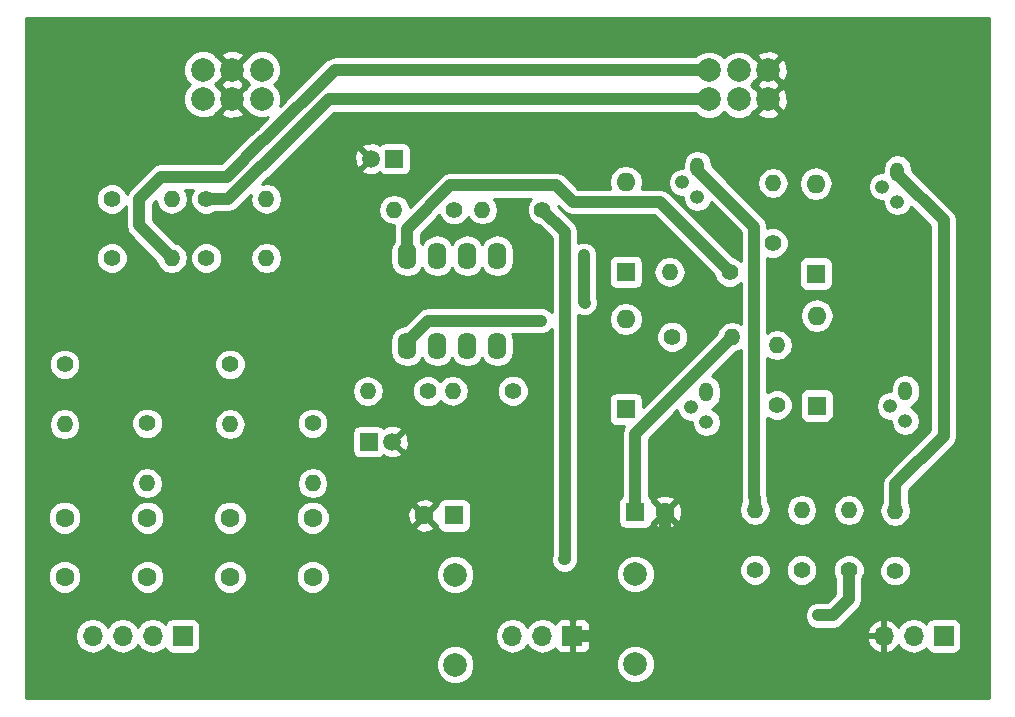
<source format=gbr>
G04 #@! TF.FileFunction,Copper,L1,Top,Signal*
%FSLAX46Y46*%
G04 Gerber Fmt 4.6, Leading zero omitted, Abs format (unit mm)*
G04 Created by KiCad (PCBNEW 4.0.7) date Sunday 08 October 2017 21:17:18*
%MOMM*%
%LPD*%
G01*
G04 APERTURE LIST*
%ADD10C,0.100000*%
%ADD11C,1.998980*%
%ADD12O,1.600000X2.300000*%
%ADD13R,1.700000X1.700000*%
%ADD14O,1.700000X1.700000*%
%ADD15C,2.000000*%
%ADD16R,1.600000X1.600000*%
%ADD17C,1.600000*%
%ADD18R,1.500000X1.500000*%
%ADD19C,1.500000*%
%ADD20O,1.200000X1.600000*%
%ADD21O,1.200000X1.200000*%
%ADD22O,1.600000X1.600000*%
%ADD23C,1.400000*%
%ADD24O,1.400000X1.400000*%
%ADD25C,1.000000*%
%ADD26C,1.000000*%
%ADD27C,0.254000*%
G04 APERTURE END LIST*
D10*
D11*
X133075000Y-92805000D03*
X133075000Y-100425000D03*
X148325000Y-92755000D03*
X148325000Y-100375000D03*
D12*
X129005000Y-73450000D03*
X131545000Y-73450000D03*
X134085000Y-73450000D03*
X136625000Y-73450000D03*
X136625000Y-65830000D03*
X134085000Y-65830000D03*
X131545000Y-65830000D03*
X129005000Y-65830000D03*
D13*
X110000000Y-98000000D03*
D14*
X107460000Y-98000000D03*
X104920000Y-98000000D03*
X102380000Y-98000000D03*
D13*
X143000000Y-98000000D03*
D14*
X140460000Y-98000000D03*
X137920000Y-98000000D03*
D13*
X174425000Y-98000000D03*
D14*
X171885000Y-98000000D03*
X169345000Y-98000000D03*
D15*
X111700000Y-50050000D03*
X114200000Y-50050000D03*
X116700000Y-50050000D03*
X111700000Y-52550000D03*
X114200000Y-52550000D03*
X116700000Y-52550000D03*
X154575000Y-50075000D03*
X157075000Y-50075000D03*
X159575000Y-50075000D03*
X154575000Y-52575000D03*
X157075000Y-52575000D03*
X159575000Y-52575000D03*
D16*
X132975000Y-87800000D03*
D17*
X130475000Y-87800000D03*
D16*
X148325000Y-87500000D03*
D17*
X150825000Y-87500000D03*
D18*
X125750000Y-81550000D03*
D19*
X127750000Y-81550000D03*
D18*
X127925000Y-57600000D03*
D19*
X125925000Y-57600000D03*
D20*
X170500000Y-58685000D03*
D21*
X169230000Y-59955000D03*
X170500000Y-61225000D03*
D20*
X171175000Y-77260000D03*
D21*
X169905000Y-78530000D03*
X171175000Y-79800000D03*
D20*
X153575000Y-58335000D03*
D21*
X152305000Y-59605000D03*
X153575000Y-60875000D03*
D20*
X154350000Y-77375000D03*
D21*
X153080000Y-78645000D03*
X154350000Y-79915000D03*
D16*
X163600000Y-67320000D03*
D22*
X163600000Y-59700000D03*
D16*
X163675000Y-78495000D03*
D22*
X163675000Y-70875000D03*
D16*
X147525000Y-67175000D03*
D22*
X147525000Y-59555000D03*
D16*
X147525000Y-78800000D03*
D22*
X147525000Y-71180000D03*
D23*
X130755000Y-77275000D03*
D24*
X125675000Y-77275000D03*
D23*
X132980000Y-61900000D03*
D24*
X127900000Y-61900000D03*
D23*
X159975000Y-64730000D03*
D24*
X159975000Y-59650000D03*
D23*
X160325000Y-78450000D03*
D24*
X160325000Y-73370000D03*
D23*
X156305000Y-67175000D03*
D24*
X151225000Y-67175000D03*
D23*
X151445000Y-72675000D03*
D24*
X156525000Y-72675000D03*
D23*
X170325000Y-92475000D03*
D24*
X170325000Y-87395000D03*
D23*
X137955000Y-77250000D03*
D24*
X132875000Y-77250000D03*
D23*
X166400000Y-92430000D03*
D24*
X166400000Y-87350000D03*
D23*
X158450000Y-92400000D03*
D24*
X158450000Y-87320000D03*
D23*
X140455000Y-61900000D03*
D24*
X135375000Y-61900000D03*
D23*
X162400000Y-92405000D03*
D24*
X162400000Y-87325000D03*
D23*
X100000000Y-75000000D03*
D24*
X100000000Y-80080000D03*
D23*
X121000000Y-80000000D03*
D24*
X121000000Y-85080000D03*
D23*
X104000000Y-66000000D03*
D24*
X109080000Y-66000000D03*
D23*
X112000000Y-66000000D03*
D24*
X117080000Y-66000000D03*
D23*
X107000000Y-80000000D03*
D24*
X107000000Y-85080000D03*
D23*
X114000000Y-75000000D03*
D24*
X114000000Y-80080000D03*
D23*
X104000000Y-61000000D03*
D24*
X109080000Y-61000000D03*
D23*
X112000000Y-61000000D03*
D24*
X117080000Y-61000000D03*
D17*
X100000000Y-88000000D03*
X100000000Y-93000000D03*
X107000000Y-88000000D03*
X107000000Y-93000000D03*
X114000000Y-88000000D03*
X114000000Y-93000000D03*
X121000000Y-88000000D03*
X121000000Y-93000000D03*
D25*
X163800000Y-96250000D03*
X142325000Y-91525000D03*
X140350000Y-71325000D03*
X144025000Y-69775000D03*
X143975000Y-65750000D03*
D26*
X149925000Y-90025000D02*
X146950000Y-90025000D01*
X145850000Y-97000000D02*
X145850000Y-91125000D01*
X145850000Y-91125000D02*
X146950000Y-90025000D01*
X143000000Y-98000000D02*
X144850000Y-98000000D01*
X144850000Y-98000000D02*
X145850000Y-97000000D01*
X150825000Y-89125000D02*
X149925000Y-90025000D01*
X150825000Y-89125000D02*
X150825000Y-87500000D01*
X132661998Y-59850000D02*
X141625000Y-59850000D01*
X156305000Y-67175000D02*
X150385001Y-61255001D01*
X150385001Y-61255001D02*
X143030001Y-61255001D01*
X143030001Y-61255001D02*
X141625000Y-59850000D01*
X129005000Y-65830000D02*
X129005000Y-63506998D01*
X129005000Y-63506998D02*
X132661998Y-59850000D01*
X148325000Y-87500000D02*
X148325000Y-80875000D01*
X148325000Y-80875000D02*
X156525000Y-72675000D01*
X163800000Y-96250000D02*
X165050000Y-96250000D01*
X165050000Y-96250000D02*
X166400000Y-94900000D01*
X166400000Y-92430000D02*
X166400000Y-94900000D01*
X140455000Y-61900000D02*
X142375000Y-63820000D01*
X142375000Y-91475000D02*
X142325000Y-91525000D01*
X142375000Y-63820000D02*
X142375000Y-91475000D01*
X140350000Y-71325000D02*
X130830000Y-71325000D01*
X130830000Y-71325000D02*
X130805000Y-71300000D01*
X130805000Y-71300000D02*
X129005000Y-73100000D01*
X129005000Y-73100000D02*
X129005000Y-73450000D01*
X113850010Y-61000000D02*
X116625000Y-58225010D01*
X116625000Y-58225010D02*
X116704902Y-58225010D01*
X116704902Y-58225010D02*
X122354912Y-52575000D01*
X122354912Y-52575000D02*
X125116910Y-52575000D01*
X112000000Y-61000000D02*
X113850010Y-61000000D01*
X125116910Y-52575000D02*
X154575000Y-52575000D01*
X143975000Y-65750000D02*
X143975000Y-69725000D01*
X143975000Y-69725000D02*
X144025000Y-69775000D01*
X126425000Y-50075000D02*
X154575000Y-50075000D01*
X116899999Y-56050001D02*
X122875000Y-50075000D01*
X122875000Y-50075000D02*
X126425000Y-50075000D01*
X116820097Y-56050001D02*
X116899999Y-56050001D01*
X109080000Y-66000000D02*
X106325000Y-63245000D01*
X108175000Y-59125000D02*
X113745098Y-59125000D01*
X106325000Y-63245000D02*
X106325000Y-60975000D01*
X106325000Y-60975000D02*
X108175000Y-59125000D01*
X113745098Y-59125000D02*
X116820097Y-56050001D01*
X174425000Y-81075000D02*
X170325000Y-85175000D01*
X170325000Y-85175000D02*
X170325000Y-87395000D01*
X174425000Y-62810000D02*
X174425000Y-81075000D01*
X170500000Y-58685000D02*
X170500000Y-58885000D01*
X170500000Y-58885000D02*
X174425000Y-62810000D01*
X153575000Y-58335000D02*
X153575000Y-58535000D01*
X158374999Y-63334999D02*
X158374999Y-86255050D01*
X158374999Y-86255050D02*
X158450000Y-86330051D01*
X153575000Y-58535000D02*
X158374999Y-63334999D01*
X158450000Y-86330051D02*
X158450000Y-87320000D01*
D27*
G36*
X178290000Y-103290000D02*
X96710000Y-103290000D01*
X96710000Y-100748694D01*
X131440226Y-100748694D01*
X131688538Y-101349655D01*
X132147927Y-101809846D01*
X132748453Y-102059206D01*
X133398694Y-102059774D01*
X133999655Y-101811462D01*
X134459846Y-101352073D01*
X134709206Y-100751547D01*
X134709252Y-100698694D01*
X146690226Y-100698694D01*
X146938538Y-101299655D01*
X147397927Y-101759846D01*
X147998453Y-102009206D01*
X148648694Y-102009774D01*
X149249655Y-101761462D01*
X149709846Y-101302073D01*
X149959206Y-100701547D01*
X149959774Y-100051306D01*
X149711462Y-99450345D01*
X149252073Y-98990154D01*
X148651547Y-98740794D01*
X148001306Y-98740226D01*
X147400345Y-98988538D01*
X146940154Y-99447927D01*
X146690794Y-100048453D01*
X146690226Y-100698694D01*
X134709252Y-100698694D01*
X134709774Y-100101306D01*
X134461462Y-99500345D01*
X134002073Y-99040154D01*
X133401547Y-98790794D01*
X132751306Y-98790226D01*
X132150345Y-99038538D01*
X131690154Y-99497927D01*
X131440794Y-100098453D01*
X131440226Y-100748694D01*
X96710000Y-100748694D01*
X96710000Y-97970907D01*
X100895000Y-97970907D01*
X100895000Y-98029093D01*
X101008039Y-98597378D01*
X101329946Y-99079147D01*
X101811715Y-99401054D01*
X102380000Y-99514093D01*
X102948285Y-99401054D01*
X103430054Y-99079147D01*
X103650000Y-98749974D01*
X103869946Y-99079147D01*
X104351715Y-99401054D01*
X104920000Y-99514093D01*
X105488285Y-99401054D01*
X105970054Y-99079147D01*
X106190000Y-98749974D01*
X106409946Y-99079147D01*
X106891715Y-99401054D01*
X107460000Y-99514093D01*
X108028285Y-99401054D01*
X108510054Y-99079147D01*
X108537850Y-99037548D01*
X108546838Y-99085317D01*
X108685910Y-99301441D01*
X108898110Y-99446431D01*
X109150000Y-99497440D01*
X110850000Y-99497440D01*
X111085317Y-99453162D01*
X111301441Y-99314090D01*
X111446431Y-99101890D01*
X111497440Y-98850000D01*
X111497440Y-97970907D01*
X136435000Y-97970907D01*
X136435000Y-98029093D01*
X136548039Y-98597378D01*
X136869946Y-99079147D01*
X137351715Y-99401054D01*
X137920000Y-99514093D01*
X138488285Y-99401054D01*
X138970054Y-99079147D01*
X139190000Y-98749974D01*
X139409946Y-99079147D01*
X139891715Y-99401054D01*
X140460000Y-99514093D01*
X141028285Y-99401054D01*
X141510054Y-99079147D01*
X141539403Y-99035223D01*
X141611673Y-99209698D01*
X141790301Y-99388327D01*
X142023690Y-99485000D01*
X142714250Y-99485000D01*
X142873000Y-99326250D01*
X142873000Y-98127000D01*
X143127000Y-98127000D01*
X143127000Y-99326250D01*
X143285750Y-99485000D01*
X143976310Y-99485000D01*
X144209699Y-99388327D01*
X144388327Y-99209698D01*
X144485000Y-98976309D01*
X144485000Y-98356892D01*
X167903514Y-98356892D01*
X168149817Y-98881358D01*
X168578076Y-99271645D01*
X168988110Y-99441476D01*
X169218000Y-99320155D01*
X169218000Y-98127000D01*
X168024181Y-98127000D01*
X167903514Y-98356892D01*
X144485000Y-98356892D01*
X144485000Y-98285750D01*
X144326250Y-98127000D01*
X143127000Y-98127000D01*
X142873000Y-98127000D01*
X142853000Y-98127000D01*
X142853000Y-97873000D01*
X142873000Y-97873000D01*
X142873000Y-96673750D01*
X143127000Y-96673750D01*
X143127000Y-97873000D01*
X144326250Y-97873000D01*
X144485000Y-97714250D01*
X144485000Y-97643108D01*
X167903514Y-97643108D01*
X168024181Y-97873000D01*
X169218000Y-97873000D01*
X169218000Y-96679845D01*
X169472000Y-96679845D01*
X169472000Y-97873000D01*
X169492000Y-97873000D01*
X169492000Y-98127000D01*
X169472000Y-98127000D01*
X169472000Y-99320155D01*
X169701890Y-99441476D01*
X170111924Y-99271645D01*
X170540183Y-98881358D01*
X170607298Y-98738447D01*
X170834946Y-99079147D01*
X171316715Y-99401054D01*
X171885000Y-99514093D01*
X172453285Y-99401054D01*
X172935054Y-99079147D01*
X172962850Y-99037548D01*
X172971838Y-99085317D01*
X173110910Y-99301441D01*
X173323110Y-99446431D01*
X173575000Y-99497440D01*
X175275000Y-99497440D01*
X175510317Y-99453162D01*
X175726441Y-99314090D01*
X175871431Y-99101890D01*
X175922440Y-98850000D01*
X175922440Y-97150000D01*
X175878162Y-96914683D01*
X175739090Y-96698559D01*
X175526890Y-96553569D01*
X175275000Y-96502560D01*
X173575000Y-96502560D01*
X173339683Y-96546838D01*
X173123559Y-96685910D01*
X172978569Y-96898110D01*
X172964914Y-96965541D01*
X172935054Y-96920853D01*
X172453285Y-96598946D01*
X171885000Y-96485907D01*
X171316715Y-96598946D01*
X170834946Y-96920853D01*
X170607298Y-97261553D01*
X170540183Y-97118642D01*
X170111924Y-96728355D01*
X169701890Y-96558524D01*
X169472000Y-96679845D01*
X169218000Y-96679845D01*
X168988110Y-96558524D01*
X168578076Y-96728355D01*
X168149817Y-97118642D01*
X167903514Y-97643108D01*
X144485000Y-97643108D01*
X144485000Y-97023691D01*
X144388327Y-96790302D01*
X144209699Y-96611673D01*
X143976310Y-96515000D01*
X143285750Y-96515000D01*
X143127000Y-96673750D01*
X142873000Y-96673750D01*
X142714250Y-96515000D01*
X142023690Y-96515000D01*
X141790301Y-96611673D01*
X141611673Y-96790302D01*
X141539403Y-96964777D01*
X141510054Y-96920853D01*
X141028285Y-96598946D01*
X140460000Y-96485907D01*
X139891715Y-96598946D01*
X139409946Y-96920853D01*
X139190000Y-97250026D01*
X138970054Y-96920853D01*
X138488285Y-96598946D01*
X137920000Y-96485907D01*
X137351715Y-96598946D01*
X136869946Y-96920853D01*
X136548039Y-97402622D01*
X136435000Y-97970907D01*
X111497440Y-97970907D01*
X111497440Y-97150000D01*
X111453162Y-96914683D01*
X111314090Y-96698559D01*
X111101890Y-96553569D01*
X110850000Y-96502560D01*
X109150000Y-96502560D01*
X108914683Y-96546838D01*
X108698559Y-96685910D01*
X108553569Y-96898110D01*
X108539914Y-96965541D01*
X108510054Y-96920853D01*
X108028285Y-96598946D01*
X107460000Y-96485907D01*
X106891715Y-96598946D01*
X106409946Y-96920853D01*
X106190000Y-97250026D01*
X105970054Y-96920853D01*
X105488285Y-96598946D01*
X104920000Y-96485907D01*
X104351715Y-96598946D01*
X103869946Y-96920853D01*
X103650000Y-97250026D01*
X103430054Y-96920853D01*
X102948285Y-96598946D01*
X102380000Y-96485907D01*
X101811715Y-96598946D01*
X101329946Y-96920853D01*
X101008039Y-97402622D01*
X100895000Y-97970907D01*
X96710000Y-97970907D01*
X96710000Y-96474775D01*
X162664803Y-96474775D01*
X162837233Y-96892086D01*
X163156235Y-97211645D01*
X163573244Y-97384803D01*
X164024775Y-97385197D01*
X164025252Y-97385000D01*
X165050000Y-97385000D01*
X165484346Y-97298603D01*
X165852566Y-97052566D01*
X167202566Y-95702566D01*
X167448603Y-95334346D01*
X167535000Y-94900000D01*
X167535000Y-93177807D01*
X167717049Y-92739383D01*
X168989769Y-92739383D01*
X169192582Y-93230229D01*
X169567796Y-93606098D01*
X170058287Y-93809768D01*
X170589383Y-93810231D01*
X171080229Y-93607418D01*
X171456098Y-93232204D01*
X171659768Y-92741713D01*
X171660231Y-92210617D01*
X171457418Y-91719771D01*
X171082204Y-91343902D01*
X170591713Y-91140232D01*
X170060617Y-91139769D01*
X169569771Y-91342582D01*
X169193902Y-91717796D01*
X168990232Y-92208287D01*
X168989769Y-92739383D01*
X167717049Y-92739383D01*
X167734768Y-92696713D01*
X167735231Y-92165617D01*
X167532418Y-91674771D01*
X167157204Y-91298902D01*
X166666713Y-91095232D01*
X166135617Y-91094769D01*
X165644771Y-91297582D01*
X165268902Y-91672796D01*
X165065232Y-92163287D01*
X165064769Y-92694383D01*
X165265000Y-93178980D01*
X165265000Y-94429868D01*
X164579868Y-95115000D01*
X163800990Y-95115000D01*
X163575225Y-95114803D01*
X163157914Y-95287233D01*
X162838355Y-95606235D01*
X162665197Y-96023244D01*
X162664803Y-96474775D01*
X96710000Y-96474775D01*
X96710000Y-93284187D01*
X98564752Y-93284187D01*
X98782757Y-93811800D01*
X99186077Y-94215824D01*
X99713309Y-94434750D01*
X100284187Y-94435248D01*
X100811800Y-94217243D01*
X101215824Y-93813923D01*
X101434750Y-93286691D01*
X101434752Y-93284187D01*
X105564752Y-93284187D01*
X105782757Y-93811800D01*
X106186077Y-94215824D01*
X106713309Y-94434750D01*
X107284187Y-94435248D01*
X107811800Y-94217243D01*
X108215824Y-93813923D01*
X108434750Y-93286691D01*
X108434752Y-93284187D01*
X112564752Y-93284187D01*
X112782757Y-93811800D01*
X113186077Y-94215824D01*
X113713309Y-94434750D01*
X114284187Y-94435248D01*
X114811800Y-94217243D01*
X115215824Y-93813923D01*
X115434750Y-93286691D01*
X115434752Y-93284187D01*
X119564752Y-93284187D01*
X119782757Y-93811800D01*
X120186077Y-94215824D01*
X120713309Y-94434750D01*
X121284187Y-94435248D01*
X121811800Y-94217243D01*
X122215824Y-93813923D01*
X122434750Y-93286691D01*
X122434887Y-93128694D01*
X131440226Y-93128694D01*
X131688538Y-93729655D01*
X132147927Y-94189846D01*
X132748453Y-94439206D01*
X133398694Y-94439774D01*
X133999655Y-94191462D01*
X134459846Y-93732073D01*
X134709206Y-93131547D01*
X134709252Y-93078694D01*
X146690226Y-93078694D01*
X146938538Y-93679655D01*
X147397927Y-94139846D01*
X147998453Y-94389206D01*
X148648694Y-94389774D01*
X149249655Y-94141462D01*
X149709846Y-93682073D01*
X149959206Y-93081547D01*
X149959570Y-92664383D01*
X157114769Y-92664383D01*
X157317582Y-93155229D01*
X157692796Y-93531098D01*
X158183287Y-93734768D01*
X158714383Y-93735231D01*
X159205229Y-93532418D01*
X159581098Y-93157204D01*
X159783659Y-92669383D01*
X161064769Y-92669383D01*
X161267582Y-93160229D01*
X161642796Y-93536098D01*
X162133287Y-93739768D01*
X162664383Y-93740231D01*
X163155229Y-93537418D01*
X163531098Y-93162204D01*
X163734768Y-92671713D01*
X163735231Y-92140617D01*
X163532418Y-91649771D01*
X163157204Y-91273902D01*
X162666713Y-91070232D01*
X162135617Y-91069769D01*
X161644771Y-91272582D01*
X161268902Y-91647796D01*
X161065232Y-92138287D01*
X161064769Y-92669383D01*
X159783659Y-92669383D01*
X159784768Y-92666713D01*
X159785231Y-92135617D01*
X159582418Y-91644771D01*
X159207204Y-91268902D01*
X158716713Y-91065232D01*
X158185617Y-91064769D01*
X157694771Y-91267582D01*
X157318902Y-91642796D01*
X157115232Y-92133287D01*
X157114769Y-92664383D01*
X149959570Y-92664383D01*
X149959774Y-92431306D01*
X149711462Y-91830345D01*
X149252073Y-91370154D01*
X148651547Y-91120794D01*
X148001306Y-91120226D01*
X147400345Y-91368538D01*
X146940154Y-91827927D01*
X146690794Y-92428453D01*
X146690226Y-93078694D01*
X134709252Y-93078694D01*
X134709774Y-92481306D01*
X134461462Y-91880345D01*
X134002073Y-91420154D01*
X133401547Y-91170794D01*
X132751306Y-91170226D01*
X132150345Y-91418538D01*
X131690154Y-91877927D01*
X131440794Y-92478453D01*
X131440226Y-93128694D01*
X122434887Y-93128694D01*
X122435248Y-92715813D01*
X122217243Y-92188200D01*
X121813923Y-91784176D01*
X121286691Y-91565250D01*
X120715813Y-91564752D01*
X120188200Y-91782757D01*
X119784176Y-92186077D01*
X119565250Y-92713309D01*
X119564752Y-93284187D01*
X115434752Y-93284187D01*
X115435248Y-92715813D01*
X115217243Y-92188200D01*
X114813923Y-91784176D01*
X114286691Y-91565250D01*
X113715813Y-91564752D01*
X113188200Y-91782757D01*
X112784176Y-92186077D01*
X112565250Y-92713309D01*
X112564752Y-93284187D01*
X108434752Y-93284187D01*
X108435248Y-92715813D01*
X108217243Y-92188200D01*
X107813923Y-91784176D01*
X107286691Y-91565250D01*
X106715813Y-91564752D01*
X106188200Y-91782757D01*
X105784176Y-92186077D01*
X105565250Y-92713309D01*
X105564752Y-93284187D01*
X101434752Y-93284187D01*
X101435248Y-92715813D01*
X101217243Y-92188200D01*
X100813923Y-91784176D01*
X100286691Y-91565250D01*
X99715813Y-91564752D01*
X99188200Y-91782757D01*
X98784176Y-92186077D01*
X98565250Y-92713309D01*
X98564752Y-93284187D01*
X96710000Y-93284187D01*
X96710000Y-88284187D01*
X98564752Y-88284187D01*
X98782757Y-88811800D01*
X99186077Y-89215824D01*
X99713309Y-89434750D01*
X100284187Y-89435248D01*
X100811800Y-89217243D01*
X101215824Y-88813923D01*
X101434750Y-88286691D01*
X101434752Y-88284187D01*
X105564752Y-88284187D01*
X105782757Y-88811800D01*
X106186077Y-89215824D01*
X106713309Y-89434750D01*
X107284187Y-89435248D01*
X107811800Y-89217243D01*
X108215824Y-88813923D01*
X108434750Y-88286691D01*
X108434752Y-88284187D01*
X112564752Y-88284187D01*
X112782757Y-88811800D01*
X113186077Y-89215824D01*
X113713309Y-89434750D01*
X114284187Y-89435248D01*
X114811800Y-89217243D01*
X115215824Y-88813923D01*
X115434750Y-88286691D01*
X115434752Y-88284187D01*
X119564752Y-88284187D01*
X119782757Y-88811800D01*
X120186077Y-89215824D01*
X120713309Y-89434750D01*
X121284187Y-89435248D01*
X121811800Y-89217243D01*
X122215824Y-88813923D01*
X122218389Y-88807745D01*
X129646861Y-88807745D01*
X129720995Y-89053864D01*
X130258223Y-89246965D01*
X130828454Y-89219778D01*
X131229005Y-89053864D01*
X131303139Y-88807745D01*
X130475000Y-87979605D01*
X129646861Y-88807745D01*
X122218389Y-88807745D01*
X122434750Y-88286691D01*
X122435248Y-87715813D01*
X122380463Y-87583223D01*
X129028035Y-87583223D01*
X129055222Y-88153454D01*
X129221136Y-88554005D01*
X129467255Y-88628139D01*
X130295395Y-87800000D01*
X130654605Y-87800000D01*
X131482745Y-88628139D01*
X131530167Y-88613855D01*
X131571838Y-88835317D01*
X131710910Y-89051441D01*
X131923110Y-89196431D01*
X132175000Y-89247440D01*
X133775000Y-89247440D01*
X134010317Y-89203162D01*
X134226441Y-89064090D01*
X134371431Y-88851890D01*
X134422440Y-88600000D01*
X134422440Y-87000000D01*
X134378162Y-86764683D01*
X134239090Y-86548559D01*
X134026890Y-86403569D01*
X133775000Y-86352560D01*
X132175000Y-86352560D01*
X131939683Y-86396838D01*
X131723559Y-86535910D01*
X131578569Y-86748110D01*
X131530354Y-86986201D01*
X131482745Y-86971861D01*
X130654605Y-87800000D01*
X130295395Y-87800000D01*
X129467255Y-86971861D01*
X129221136Y-87045995D01*
X129028035Y-87583223D01*
X122380463Y-87583223D01*
X122217243Y-87188200D01*
X121821988Y-86792255D01*
X129646861Y-86792255D01*
X130475000Y-87620395D01*
X131303139Y-86792255D01*
X131229005Y-86546136D01*
X130691777Y-86353035D01*
X130121546Y-86380222D01*
X129720995Y-86546136D01*
X129646861Y-86792255D01*
X121821988Y-86792255D01*
X121813923Y-86784176D01*
X121286691Y-86565250D01*
X120715813Y-86564752D01*
X120188200Y-86782757D01*
X119784176Y-87186077D01*
X119565250Y-87713309D01*
X119564752Y-88284187D01*
X115434752Y-88284187D01*
X115435248Y-87715813D01*
X115217243Y-87188200D01*
X114813923Y-86784176D01*
X114286691Y-86565250D01*
X113715813Y-86564752D01*
X113188200Y-86782757D01*
X112784176Y-87186077D01*
X112565250Y-87713309D01*
X112564752Y-88284187D01*
X108434752Y-88284187D01*
X108435248Y-87715813D01*
X108217243Y-87188200D01*
X107813923Y-86784176D01*
X107286691Y-86565250D01*
X106715813Y-86564752D01*
X106188200Y-86782757D01*
X105784176Y-87186077D01*
X105565250Y-87713309D01*
X105564752Y-88284187D01*
X101434752Y-88284187D01*
X101435248Y-87715813D01*
X101217243Y-87188200D01*
X100813923Y-86784176D01*
X100286691Y-86565250D01*
X99715813Y-86564752D01*
X99188200Y-86782757D01*
X98784176Y-87186077D01*
X98565250Y-87713309D01*
X98564752Y-88284187D01*
X96710000Y-88284187D01*
X96710000Y-85053846D01*
X105665000Y-85053846D01*
X105665000Y-85106154D01*
X105766621Y-85617036D01*
X106056012Y-86050142D01*
X106489118Y-86339533D01*
X107000000Y-86441154D01*
X107510882Y-86339533D01*
X107943988Y-86050142D01*
X108233379Y-85617036D01*
X108335000Y-85106154D01*
X108335000Y-85053846D01*
X119665000Y-85053846D01*
X119665000Y-85106154D01*
X119766621Y-85617036D01*
X120056012Y-86050142D01*
X120489118Y-86339533D01*
X121000000Y-86441154D01*
X121510882Y-86339533D01*
X121943988Y-86050142D01*
X122233379Y-85617036D01*
X122335000Y-85106154D01*
X122335000Y-85053846D01*
X122233379Y-84542964D01*
X121943988Y-84109858D01*
X121510882Y-83820467D01*
X121000000Y-83718846D01*
X120489118Y-83820467D01*
X120056012Y-84109858D01*
X119766621Y-84542964D01*
X119665000Y-85053846D01*
X108335000Y-85053846D01*
X108233379Y-84542964D01*
X107943988Y-84109858D01*
X107510882Y-83820467D01*
X107000000Y-83718846D01*
X106489118Y-83820467D01*
X106056012Y-84109858D01*
X105766621Y-84542964D01*
X105665000Y-85053846D01*
X96710000Y-85053846D01*
X96710000Y-80053846D01*
X98665000Y-80053846D01*
X98665000Y-80106154D01*
X98766621Y-80617036D01*
X99056012Y-81050142D01*
X99489118Y-81339533D01*
X100000000Y-81441154D01*
X100510882Y-81339533D01*
X100943988Y-81050142D01*
X101233379Y-80617036D01*
X101303526Y-80264383D01*
X105664769Y-80264383D01*
X105867582Y-80755229D01*
X106242796Y-81131098D01*
X106733287Y-81334768D01*
X107264383Y-81335231D01*
X107755229Y-81132418D01*
X108131098Y-80757204D01*
X108334768Y-80266713D01*
X108334953Y-80053846D01*
X112665000Y-80053846D01*
X112665000Y-80106154D01*
X112766621Y-80617036D01*
X113056012Y-81050142D01*
X113489118Y-81339533D01*
X114000000Y-81441154D01*
X114510882Y-81339533D01*
X114943988Y-81050142D01*
X115233379Y-80617036D01*
X115303526Y-80264383D01*
X119664769Y-80264383D01*
X119867582Y-80755229D01*
X120242796Y-81131098D01*
X120733287Y-81334768D01*
X121264383Y-81335231D01*
X121755229Y-81132418D01*
X122088227Y-80800000D01*
X124352560Y-80800000D01*
X124352560Y-82300000D01*
X124396838Y-82535317D01*
X124535910Y-82751441D01*
X124748110Y-82896431D01*
X125000000Y-82947440D01*
X126500000Y-82947440D01*
X126735317Y-82903162D01*
X126951441Y-82764090D01*
X127004588Y-82686307D01*
X127026077Y-82762460D01*
X127545171Y-82947201D01*
X128095448Y-82919230D01*
X128473923Y-82762460D01*
X128541912Y-82521517D01*
X127750000Y-81729605D01*
X127735858Y-81743748D01*
X127556253Y-81564143D01*
X127570395Y-81550000D01*
X127929605Y-81550000D01*
X128721517Y-82341912D01*
X128962460Y-82273923D01*
X129147201Y-81754829D01*
X129119230Y-81204552D01*
X128962460Y-80826077D01*
X128721517Y-80758088D01*
X127929605Y-81550000D01*
X127570395Y-81550000D01*
X127556253Y-81535858D01*
X127735858Y-81356253D01*
X127750000Y-81370395D01*
X128541912Y-80578483D01*
X128473923Y-80337540D01*
X127954829Y-80152799D01*
X127404552Y-80180770D01*
X127026077Y-80337540D01*
X127005019Y-80412165D01*
X126964090Y-80348559D01*
X126751890Y-80203569D01*
X126500000Y-80152560D01*
X125000000Y-80152560D01*
X124764683Y-80196838D01*
X124548559Y-80335910D01*
X124403569Y-80548110D01*
X124352560Y-80800000D01*
X122088227Y-80800000D01*
X122131098Y-80757204D01*
X122334768Y-80266713D01*
X122335231Y-79735617D01*
X122132418Y-79244771D01*
X121757204Y-78868902D01*
X121266713Y-78665232D01*
X120735617Y-78664769D01*
X120244771Y-78867582D01*
X119868902Y-79242796D01*
X119665232Y-79733287D01*
X119664769Y-80264383D01*
X115303526Y-80264383D01*
X115335000Y-80106154D01*
X115335000Y-80053846D01*
X115233379Y-79542964D01*
X114943988Y-79109858D01*
X114510882Y-78820467D01*
X114000000Y-78718846D01*
X113489118Y-78820467D01*
X113056012Y-79109858D01*
X112766621Y-79542964D01*
X112665000Y-80053846D01*
X108334953Y-80053846D01*
X108335231Y-79735617D01*
X108132418Y-79244771D01*
X107757204Y-78868902D01*
X107266713Y-78665232D01*
X106735617Y-78664769D01*
X106244771Y-78867582D01*
X105868902Y-79242796D01*
X105665232Y-79733287D01*
X105664769Y-80264383D01*
X101303526Y-80264383D01*
X101335000Y-80106154D01*
X101335000Y-80053846D01*
X101233379Y-79542964D01*
X100943988Y-79109858D01*
X100510882Y-78820467D01*
X100000000Y-78718846D01*
X99489118Y-78820467D01*
X99056012Y-79109858D01*
X98766621Y-79542964D01*
X98665000Y-80053846D01*
X96710000Y-80053846D01*
X96710000Y-77275000D01*
X124313846Y-77275000D01*
X124415467Y-77785882D01*
X124704858Y-78218988D01*
X125137964Y-78508379D01*
X125648846Y-78610000D01*
X125701154Y-78610000D01*
X126212036Y-78508379D01*
X126645142Y-78218988D01*
X126934533Y-77785882D01*
X126983564Y-77539383D01*
X129419769Y-77539383D01*
X129622582Y-78030229D01*
X129997796Y-78406098D01*
X130488287Y-78609768D01*
X131019383Y-78610231D01*
X131510229Y-78407418D01*
X131832505Y-78085704D01*
X131904858Y-78193988D01*
X132337964Y-78483379D01*
X132848846Y-78585000D01*
X132901154Y-78585000D01*
X133412036Y-78483379D01*
X133845142Y-78193988D01*
X134134533Y-77760882D01*
X134183564Y-77514383D01*
X136619769Y-77514383D01*
X136822582Y-78005229D01*
X137197796Y-78381098D01*
X137688287Y-78584768D01*
X138219383Y-78585231D01*
X138710229Y-78382418D01*
X139086098Y-78007204D01*
X139289768Y-77516713D01*
X139290231Y-76985617D01*
X139087418Y-76494771D01*
X138712204Y-76118902D01*
X138221713Y-75915232D01*
X137690617Y-75914769D01*
X137199771Y-76117582D01*
X136823902Y-76492796D01*
X136620232Y-76983287D01*
X136619769Y-77514383D01*
X134183564Y-77514383D01*
X134236154Y-77250000D01*
X134134533Y-76739118D01*
X133845142Y-76306012D01*
X133412036Y-76016621D01*
X132901154Y-75915000D01*
X132848846Y-75915000D01*
X132337964Y-76016621D01*
X131904858Y-76306012D01*
X131812305Y-76444527D01*
X131512204Y-76143902D01*
X131021713Y-75940232D01*
X130490617Y-75939769D01*
X129999771Y-76142582D01*
X129623902Y-76517796D01*
X129420232Y-77008287D01*
X129419769Y-77539383D01*
X126983564Y-77539383D01*
X127036154Y-77275000D01*
X126934533Y-76764118D01*
X126645142Y-76331012D01*
X126212036Y-76041621D01*
X125701154Y-75940000D01*
X125648846Y-75940000D01*
X125137964Y-76041621D01*
X124704858Y-76331012D01*
X124415467Y-76764118D01*
X124313846Y-77275000D01*
X96710000Y-77275000D01*
X96710000Y-75264383D01*
X98664769Y-75264383D01*
X98867582Y-75755229D01*
X99242796Y-76131098D01*
X99733287Y-76334768D01*
X100264383Y-76335231D01*
X100755229Y-76132418D01*
X101131098Y-75757204D01*
X101334768Y-75266713D01*
X101334770Y-75264383D01*
X112664769Y-75264383D01*
X112867582Y-75755229D01*
X113242796Y-76131098D01*
X113733287Y-76334768D01*
X114264383Y-76335231D01*
X114755229Y-76132418D01*
X115131098Y-75757204D01*
X115334768Y-75266713D01*
X115335231Y-74735617D01*
X115132418Y-74244771D01*
X114757204Y-73868902D01*
X114266713Y-73665232D01*
X113735617Y-73664769D01*
X113244771Y-73867582D01*
X112868902Y-74242796D01*
X112665232Y-74733287D01*
X112664769Y-75264383D01*
X101334770Y-75264383D01*
X101335231Y-74735617D01*
X101132418Y-74244771D01*
X100757204Y-73868902D01*
X100266713Y-73665232D01*
X99735617Y-73664769D01*
X99244771Y-73867582D01*
X98868902Y-74242796D01*
X98665232Y-74733287D01*
X98664769Y-75264383D01*
X96710000Y-75264383D01*
X96710000Y-66264383D01*
X102664769Y-66264383D01*
X102867582Y-66755229D01*
X103242796Y-67131098D01*
X103733287Y-67334768D01*
X104264383Y-67335231D01*
X104755229Y-67132418D01*
X105131098Y-66757204D01*
X105334768Y-66266713D01*
X105335231Y-65735617D01*
X105132418Y-65244771D01*
X104757204Y-64868902D01*
X104266713Y-64665232D01*
X103735617Y-64664769D01*
X103244771Y-64867582D01*
X102868902Y-65242796D01*
X102665232Y-65733287D01*
X102664769Y-66264383D01*
X96710000Y-66264383D01*
X96710000Y-61264383D01*
X102664769Y-61264383D01*
X102867582Y-61755229D01*
X103242796Y-62131098D01*
X103733287Y-62334768D01*
X104264383Y-62335231D01*
X104755229Y-62132418D01*
X105131098Y-61757204D01*
X105190000Y-61615352D01*
X105190000Y-63245000D01*
X105276397Y-63679346D01*
X105396173Y-63858603D01*
X105522434Y-64047566D01*
X107779427Y-66304559D01*
X107820467Y-66510882D01*
X108109858Y-66943988D01*
X108542964Y-67233379D01*
X109053846Y-67335000D01*
X109106154Y-67335000D01*
X109617036Y-67233379D01*
X110050142Y-66943988D01*
X110339533Y-66510882D01*
X110388564Y-66264383D01*
X110664769Y-66264383D01*
X110867582Y-66755229D01*
X111242796Y-67131098D01*
X111733287Y-67334768D01*
X112264383Y-67335231D01*
X112755229Y-67132418D01*
X113131098Y-66757204D01*
X113334768Y-66266713D01*
X113335000Y-66000000D01*
X115718846Y-66000000D01*
X115820467Y-66510882D01*
X116109858Y-66943988D01*
X116542964Y-67233379D01*
X117053846Y-67335000D01*
X117106154Y-67335000D01*
X117617036Y-67233379D01*
X118050142Y-66943988D01*
X118339533Y-66510882D01*
X118441154Y-66000000D01*
X118339533Y-65489118D01*
X118050142Y-65056012D01*
X117617036Y-64766621D01*
X117106154Y-64665000D01*
X117053846Y-64665000D01*
X116542964Y-64766621D01*
X116109858Y-65056012D01*
X115820467Y-65489118D01*
X115718846Y-66000000D01*
X113335000Y-66000000D01*
X113335231Y-65735617D01*
X113132418Y-65244771D01*
X112757204Y-64868902D01*
X112266713Y-64665232D01*
X111735617Y-64664769D01*
X111244771Y-64867582D01*
X110868902Y-65242796D01*
X110665232Y-65733287D01*
X110664769Y-66264383D01*
X110388564Y-66264383D01*
X110441154Y-66000000D01*
X110339533Y-65489118D01*
X110050142Y-65056012D01*
X109617036Y-64766621D01*
X109410713Y-64725581D01*
X107460000Y-62774868D01*
X107460000Y-61445132D01*
X107749753Y-61155379D01*
X107820467Y-61510882D01*
X108109858Y-61943988D01*
X108542964Y-62233379D01*
X109053846Y-62335000D01*
X109106154Y-62335000D01*
X109617036Y-62233379D01*
X110050142Y-61943988D01*
X110339533Y-61510882D01*
X110441154Y-61000000D01*
X110339533Y-60489118D01*
X110186442Y-60260000D01*
X110861758Y-60260000D01*
X110665232Y-60733287D01*
X110664769Y-61264383D01*
X110867582Y-61755229D01*
X111242796Y-62131098D01*
X111733287Y-62334768D01*
X112264383Y-62335231D01*
X112748980Y-62135000D01*
X113850010Y-62135000D01*
X114284356Y-62048603D01*
X114652576Y-61802566D01*
X115784325Y-60670818D01*
X115718846Y-61000000D01*
X115820467Y-61510882D01*
X116109858Y-61943988D01*
X116542964Y-62233379D01*
X117053846Y-62335000D01*
X117106154Y-62335000D01*
X117617036Y-62233379D01*
X118050142Y-61943988D01*
X118079533Y-61900000D01*
X126538846Y-61900000D01*
X126640467Y-62410882D01*
X126929858Y-62843988D01*
X127362964Y-63133379D01*
X127873846Y-63235000D01*
X127924104Y-63235000D01*
X127870000Y-63506998D01*
X127870000Y-64610376D01*
X127679233Y-64895879D01*
X127570000Y-65445030D01*
X127570000Y-66214970D01*
X127679233Y-66764121D01*
X127990302Y-67229668D01*
X128455849Y-67540737D01*
X129005000Y-67649970D01*
X129554151Y-67540737D01*
X130019698Y-67229668D01*
X130275000Y-66847582D01*
X130530302Y-67229668D01*
X130995849Y-67540737D01*
X131545000Y-67649970D01*
X132094151Y-67540737D01*
X132559698Y-67229668D01*
X132815000Y-66847582D01*
X133070302Y-67229668D01*
X133535849Y-67540737D01*
X134085000Y-67649970D01*
X134634151Y-67540737D01*
X135099698Y-67229668D01*
X135355000Y-66847582D01*
X135610302Y-67229668D01*
X136075849Y-67540737D01*
X136625000Y-67649970D01*
X137174151Y-67540737D01*
X137639698Y-67229668D01*
X137950767Y-66764121D01*
X138060000Y-66214970D01*
X138060000Y-65445030D01*
X137950767Y-64895879D01*
X137639698Y-64430332D01*
X137174151Y-64119263D01*
X136625000Y-64010030D01*
X136075849Y-64119263D01*
X135610302Y-64430332D01*
X135355000Y-64812418D01*
X135099698Y-64430332D01*
X134634151Y-64119263D01*
X134085000Y-64010030D01*
X133535849Y-64119263D01*
X133070302Y-64430332D01*
X132815000Y-64812418D01*
X132559698Y-64430332D01*
X132094151Y-64119263D01*
X131545000Y-64010030D01*
X130995849Y-64119263D01*
X130530302Y-64430332D01*
X130275000Y-64812418D01*
X130140000Y-64610376D01*
X130140000Y-63977130D01*
X131734816Y-62382314D01*
X131847582Y-62655229D01*
X132222796Y-63031098D01*
X132713287Y-63234768D01*
X133244383Y-63235231D01*
X133735229Y-63032418D01*
X134111098Y-62657204D01*
X134175853Y-62501257D01*
X134404858Y-62843988D01*
X134837964Y-63133379D01*
X135348846Y-63235000D01*
X135401154Y-63235000D01*
X135912036Y-63133379D01*
X136345142Y-62843988D01*
X136634533Y-62410882D01*
X136736154Y-61900000D01*
X136634533Y-61389118D01*
X136364511Y-60985000D01*
X139481973Y-60985000D01*
X139323902Y-61142796D01*
X139120232Y-61633287D01*
X139119769Y-62164383D01*
X139322582Y-62655229D01*
X139697796Y-63031098D01*
X140182043Y-63232175D01*
X141240000Y-64290132D01*
X141240000Y-70610020D01*
X140993765Y-70363355D01*
X140576756Y-70190197D01*
X140125225Y-70189803D01*
X140124748Y-70190000D01*
X130930683Y-70190000D01*
X130805000Y-70165000D01*
X130442717Y-70237063D01*
X130370654Y-70251397D01*
X130002434Y-70497434D01*
X128836277Y-71663591D01*
X128455849Y-71739263D01*
X127990302Y-72050332D01*
X127679233Y-72515879D01*
X127570000Y-73065030D01*
X127570000Y-73834970D01*
X127679233Y-74384121D01*
X127990302Y-74849668D01*
X128455849Y-75160737D01*
X129005000Y-75269970D01*
X129554151Y-75160737D01*
X130019698Y-74849668D01*
X130275000Y-74467582D01*
X130530302Y-74849668D01*
X130995849Y-75160737D01*
X131545000Y-75269970D01*
X132094151Y-75160737D01*
X132559698Y-74849668D01*
X132815000Y-74467582D01*
X133070302Y-74849668D01*
X133535849Y-75160737D01*
X134085000Y-75269970D01*
X134634151Y-75160737D01*
X135099698Y-74849668D01*
X135355000Y-74467582D01*
X135610302Y-74849668D01*
X136075849Y-75160737D01*
X136625000Y-75269970D01*
X137174151Y-75160737D01*
X137639698Y-74849668D01*
X137950767Y-74384121D01*
X138060000Y-73834970D01*
X138060000Y-73065030D01*
X137950767Y-72515879D01*
X137913430Y-72460000D01*
X140349009Y-72460000D01*
X140574775Y-72460197D01*
X140992086Y-72287767D01*
X141240000Y-72040285D01*
X141240000Y-91178306D01*
X141190197Y-91298244D01*
X141189803Y-91749775D01*
X141362233Y-92167086D01*
X141681235Y-92486645D01*
X142098244Y-92659803D01*
X142549775Y-92660197D01*
X142967086Y-92487767D01*
X143286645Y-92168765D01*
X143346368Y-92024936D01*
X143423604Y-91909345D01*
X143450488Y-91774189D01*
X143459803Y-91751756D01*
X143459824Y-91727252D01*
X143510000Y-91475000D01*
X143510000Y-72939383D01*
X150109769Y-72939383D01*
X150312582Y-73430229D01*
X150687796Y-73806098D01*
X151178287Y-74009768D01*
X151709383Y-74010231D01*
X152200229Y-73807418D01*
X152576098Y-73432204D01*
X152779768Y-72941713D01*
X152780231Y-72410617D01*
X152577418Y-71919771D01*
X152202204Y-71543902D01*
X151711713Y-71340232D01*
X151180617Y-71339769D01*
X150689771Y-71542582D01*
X150313902Y-71917796D01*
X150110232Y-72408287D01*
X150109769Y-72939383D01*
X143510000Y-72939383D01*
X143510000Y-71151887D01*
X146090000Y-71151887D01*
X146090000Y-71208113D01*
X146199233Y-71757264D01*
X146510302Y-72222811D01*
X146975849Y-72533880D01*
X147525000Y-72643113D01*
X148074151Y-72533880D01*
X148539698Y-72222811D01*
X148850767Y-71757264D01*
X148960000Y-71208113D01*
X148960000Y-71151887D01*
X148850767Y-70602736D01*
X148539698Y-70137189D01*
X148074151Y-69826120D01*
X147525000Y-69716887D01*
X146975849Y-69826120D01*
X146510302Y-70137189D01*
X146199233Y-70602736D01*
X146090000Y-71151887D01*
X143510000Y-71151887D01*
X143510000Y-70790113D01*
X143798244Y-70909803D01*
X144249775Y-70910197D01*
X144459345Y-70823604D01*
X144459346Y-70823604D01*
X144459347Y-70823603D01*
X144667086Y-70737767D01*
X144986645Y-70418765D01*
X145159803Y-70001756D01*
X145160197Y-69550225D01*
X145110000Y-69428739D01*
X145110000Y-66375000D01*
X146077560Y-66375000D01*
X146077560Y-67975000D01*
X146121838Y-68210317D01*
X146260910Y-68426441D01*
X146473110Y-68571431D01*
X146725000Y-68622440D01*
X148325000Y-68622440D01*
X148560317Y-68578162D01*
X148776441Y-68439090D01*
X148921431Y-68226890D01*
X148972440Y-67975000D01*
X148972440Y-67175000D01*
X149863846Y-67175000D01*
X149965467Y-67685882D01*
X150254858Y-68118988D01*
X150687964Y-68408379D01*
X151198846Y-68510000D01*
X151251154Y-68510000D01*
X151762036Y-68408379D01*
X152195142Y-68118988D01*
X152484533Y-67685882D01*
X152586154Y-67175000D01*
X152484533Y-66664118D01*
X152195142Y-66231012D01*
X151762036Y-65941621D01*
X151251154Y-65840000D01*
X151198846Y-65840000D01*
X150687964Y-65941621D01*
X150254858Y-66231012D01*
X149965467Y-66664118D01*
X149863846Y-67175000D01*
X148972440Y-67175000D01*
X148972440Y-66375000D01*
X148928162Y-66139683D01*
X148789090Y-65923559D01*
X148576890Y-65778569D01*
X148325000Y-65727560D01*
X146725000Y-65727560D01*
X146489683Y-65771838D01*
X146273559Y-65910910D01*
X146128569Y-66123110D01*
X146077560Y-66375000D01*
X145110000Y-66375000D01*
X145110000Y-65750991D01*
X145110197Y-65525225D01*
X144937767Y-65107914D01*
X144618765Y-64788355D01*
X144201756Y-64615197D01*
X143750225Y-64614803D01*
X143510000Y-64714062D01*
X143510000Y-63820000D01*
X143423603Y-63385654D01*
X143177566Y-63017434D01*
X141786346Y-61626214D01*
X141779491Y-61609623D01*
X142227434Y-62057567D01*
X142440599Y-62199999D01*
X142595655Y-62303604D01*
X143030001Y-62390001D01*
X149914869Y-62390001D01*
X154973654Y-67448786D01*
X155172582Y-67930229D01*
X155547796Y-68306098D01*
X156038287Y-68509768D01*
X156569383Y-68510231D01*
X157060229Y-68307418D01*
X157239999Y-68127961D01*
X157239999Y-71560532D01*
X157062036Y-71441621D01*
X156551154Y-71340000D01*
X156498846Y-71340000D01*
X155987964Y-71441621D01*
X155554858Y-71731012D01*
X155265467Y-72164118D01*
X155224427Y-72370441D01*
X148972440Y-78622428D01*
X148972440Y-78000000D01*
X148928162Y-77764683D01*
X148789090Y-77548559D01*
X148576890Y-77403569D01*
X148325000Y-77352560D01*
X146725000Y-77352560D01*
X146489683Y-77396838D01*
X146273559Y-77535910D01*
X146128569Y-77748110D01*
X146077560Y-78000000D01*
X146077560Y-79600000D01*
X146121838Y-79835317D01*
X146260910Y-80051441D01*
X146473110Y-80196431D01*
X146725000Y-80247440D01*
X147405499Y-80247440D01*
X147276397Y-80440654D01*
X147190000Y-80875000D01*
X147190000Y-86160982D01*
X147073559Y-86235910D01*
X146928569Y-86448110D01*
X146877560Y-86700000D01*
X146877560Y-88300000D01*
X146921838Y-88535317D01*
X147060910Y-88751441D01*
X147273110Y-88896431D01*
X147525000Y-88947440D01*
X149125000Y-88947440D01*
X149360317Y-88903162D01*
X149576441Y-88764090D01*
X149721431Y-88551890D01*
X149730370Y-88507745D01*
X149996861Y-88507745D01*
X150070995Y-88753864D01*
X150608223Y-88946965D01*
X151178454Y-88919778D01*
X151579005Y-88753864D01*
X151653139Y-88507745D01*
X150825000Y-87679605D01*
X149996861Y-88507745D01*
X149730370Y-88507745D01*
X149769646Y-88313799D01*
X149817255Y-88328139D01*
X150645395Y-87500000D01*
X151004605Y-87500000D01*
X151832745Y-88328139D01*
X152078864Y-88254005D01*
X152271965Y-87716777D01*
X152244778Y-87146546D01*
X152078864Y-86745995D01*
X151832745Y-86671861D01*
X151004605Y-87500000D01*
X150645395Y-87500000D01*
X149817255Y-86671861D01*
X149769833Y-86686145D01*
X149733351Y-86492255D01*
X149996861Y-86492255D01*
X150825000Y-87320395D01*
X151653139Y-86492255D01*
X151579005Y-86246136D01*
X151041777Y-86053035D01*
X150471546Y-86080222D01*
X150070995Y-86246136D01*
X149996861Y-86492255D01*
X149733351Y-86492255D01*
X149728162Y-86464683D01*
X149589090Y-86248559D01*
X149460000Y-86160356D01*
X149460000Y-81345132D01*
X151893270Y-78911862D01*
X151939009Y-79141809D01*
X152206723Y-79542472D01*
X152607386Y-79810186D01*
X153080000Y-79904195D01*
X153115000Y-79897233D01*
X153115000Y-79939195D01*
X153209009Y-80411809D01*
X153476723Y-80812472D01*
X153877386Y-81080186D01*
X154350000Y-81174195D01*
X154822614Y-81080186D01*
X155223277Y-80812472D01*
X155490991Y-80411809D01*
X155585000Y-79939195D01*
X155585000Y-79890805D01*
X155490991Y-79418191D01*
X155223277Y-79017528D01*
X154822614Y-78749814D01*
X154808261Y-78746959D01*
X154822614Y-78744104D01*
X155223277Y-78476390D01*
X155490991Y-78075727D01*
X155585000Y-77603113D01*
X155585000Y-77146887D01*
X155490991Y-76674273D01*
X155223277Y-76273610D01*
X154822614Y-76005896D01*
X154803115Y-76002017D01*
X156855713Y-73949419D01*
X157062036Y-73908379D01*
X157239999Y-73789468D01*
X157239999Y-86255050D01*
X157315000Y-86632105D01*
X157315000Y-86635729D01*
X157216621Y-86782964D01*
X157115000Y-87293846D01*
X157115000Y-87346154D01*
X157216621Y-87857036D01*
X157506012Y-88290142D01*
X157939118Y-88579533D01*
X158450000Y-88681154D01*
X158960882Y-88579533D01*
X159393988Y-88290142D01*
X159683379Y-87857036D01*
X159785000Y-87346154D01*
X159785000Y-87298846D01*
X161065000Y-87298846D01*
X161065000Y-87351154D01*
X161166621Y-87862036D01*
X161456012Y-88295142D01*
X161889118Y-88584533D01*
X162400000Y-88686154D01*
X162910882Y-88584533D01*
X163343988Y-88295142D01*
X163633379Y-87862036D01*
X163735000Y-87351154D01*
X163735000Y-87323846D01*
X165065000Y-87323846D01*
X165065000Y-87376154D01*
X165166621Y-87887036D01*
X165456012Y-88320142D01*
X165889118Y-88609533D01*
X166400000Y-88711154D01*
X166910882Y-88609533D01*
X167343988Y-88320142D01*
X167633379Y-87887036D01*
X167735000Y-87376154D01*
X167735000Y-87323846D01*
X167633379Y-86812964D01*
X167343988Y-86379858D01*
X166910882Y-86090467D01*
X166400000Y-85988846D01*
X165889118Y-86090467D01*
X165456012Y-86379858D01*
X165166621Y-86812964D01*
X165065000Y-87323846D01*
X163735000Y-87323846D01*
X163735000Y-87298846D01*
X163633379Y-86787964D01*
X163343988Y-86354858D01*
X162910882Y-86065467D01*
X162400000Y-85963846D01*
X161889118Y-86065467D01*
X161456012Y-86354858D01*
X161166621Y-86787964D01*
X161065000Y-87298846D01*
X159785000Y-87298846D01*
X159785000Y-87293846D01*
X159683379Y-86782964D01*
X159585000Y-86635729D01*
X159585000Y-86330051D01*
X159509999Y-85952996D01*
X159509999Y-79523200D01*
X159567796Y-79581098D01*
X160058287Y-79784768D01*
X160589383Y-79785231D01*
X161080229Y-79582418D01*
X161456098Y-79207204D01*
X161659768Y-78716713D01*
X161660231Y-78185617D01*
X161457513Y-77695000D01*
X162227560Y-77695000D01*
X162227560Y-79295000D01*
X162271838Y-79530317D01*
X162410910Y-79746441D01*
X162623110Y-79891431D01*
X162875000Y-79942440D01*
X164475000Y-79942440D01*
X164710317Y-79898162D01*
X164926441Y-79759090D01*
X165071431Y-79546890D01*
X165122440Y-79295000D01*
X165122440Y-78505805D01*
X168670000Y-78505805D01*
X168670000Y-78554195D01*
X168764009Y-79026809D01*
X169031723Y-79427472D01*
X169432386Y-79695186D01*
X169905000Y-79789195D01*
X169940000Y-79782233D01*
X169940000Y-79824195D01*
X170034009Y-80296809D01*
X170301723Y-80697472D01*
X170702386Y-80965186D01*
X171175000Y-81059195D01*
X171647614Y-80965186D01*
X172048277Y-80697472D01*
X172315991Y-80296809D01*
X172410000Y-79824195D01*
X172410000Y-79775805D01*
X172315991Y-79303191D01*
X172048277Y-78902528D01*
X171647614Y-78634814D01*
X171633261Y-78631959D01*
X171647614Y-78629104D01*
X172048277Y-78361390D01*
X172315991Y-77960727D01*
X172410000Y-77488113D01*
X172410000Y-77031887D01*
X172315991Y-76559273D01*
X172048277Y-76158610D01*
X171647614Y-75890896D01*
X171175000Y-75796887D01*
X170702386Y-75890896D01*
X170301723Y-76158610D01*
X170034009Y-76559273D01*
X169940000Y-77031887D01*
X169940000Y-77277767D01*
X169905000Y-77270805D01*
X169432386Y-77364814D01*
X169031723Y-77632528D01*
X168764009Y-78033191D01*
X168670000Y-78505805D01*
X165122440Y-78505805D01*
X165122440Y-77695000D01*
X165078162Y-77459683D01*
X164939090Y-77243559D01*
X164726890Y-77098569D01*
X164475000Y-77047560D01*
X162875000Y-77047560D01*
X162639683Y-77091838D01*
X162423559Y-77230910D01*
X162278569Y-77443110D01*
X162227560Y-77695000D01*
X161457513Y-77695000D01*
X161457418Y-77694771D01*
X161082204Y-77318902D01*
X160591713Y-77115232D01*
X160060617Y-77114769D01*
X159569771Y-77317582D01*
X159509999Y-77377250D01*
X159509999Y-74426328D01*
X159814118Y-74629533D01*
X160325000Y-74731154D01*
X160835882Y-74629533D01*
X161268988Y-74340142D01*
X161558379Y-73907036D01*
X161660000Y-73396154D01*
X161660000Y-73343846D01*
X161558379Y-72832964D01*
X161268988Y-72399858D01*
X160835882Y-72110467D01*
X160325000Y-72008846D01*
X159814118Y-72110467D01*
X159509999Y-72313672D01*
X159509999Y-70846887D01*
X162240000Y-70846887D01*
X162240000Y-70903113D01*
X162349233Y-71452264D01*
X162660302Y-71917811D01*
X163125849Y-72228880D01*
X163675000Y-72338113D01*
X164224151Y-72228880D01*
X164689698Y-71917811D01*
X165000767Y-71452264D01*
X165110000Y-70903113D01*
X165110000Y-70846887D01*
X165000767Y-70297736D01*
X164689698Y-69832189D01*
X164224151Y-69521120D01*
X163675000Y-69411887D01*
X163125849Y-69521120D01*
X162660302Y-69832189D01*
X162349233Y-70297736D01*
X162240000Y-70846887D01*
X159509999Y-70846887D01*
X159509999Y-66520000D01*
X162152560Y-66520000D01*
X162152560Y-68120000D01*
X162196838Y-68355317D01*
X162335910Y-68571441D01*
X162548110Y-68716431D01*
X162800000Y-68767440D01*
X164400000Y-68767440D01*
X164635317Y-68723162D01*
X164851441Y-68584090D01*
X164996431Y-68371890D01*
X165047440Y-68120000D01*
X165047440Y-66520000D01*
X165003162Y-66284683D01*
X164864090Y-66068559D01*
X164651890Y-65923569D01*
X164400000Y-65872560D01*
X162800000Y-65872560D01*
X162564683Y-65916838D01*
X162348559Y-66055910D01*
X162203569Y-66268110D01*
X162152560Y-66520000D01*
X159509999Y-66520000D01*
X159509999Y-65982431D01*
X159708287Y-66064768D01*
X160239383Y-66065231D01*
X160730229Y-65862418D01*
X161106098Y-65487204D01*
X161309768Y-64996713D01*
X161310231Y-64465617D01*
X161107418Y-63974771D01*
X160732204Y-63598902D01*
X160241713Y-63395232D01*
X159710617Y-63394769D01*
X159509999Y-63477662D01*
X159509999Y-63334999D01*
X159490062Y-63234768D01*
X159423603Y-62900654D01*
X159177565Y-62532433D01*
X156268978Y-59623846D01*
X158640000Y-59623846D01*
X158640000Y-59676154D01*
X158741621Y-60187036D01*
X159031012Y-60620142D01*
X159464118Y-60909533D01*
X159975000Y-61011154D01*
X160485882Y-60909533D01*
X160918988Y-60620142D01*
X161208379Y-60187036D01*
X161310000Y-59676154D01*
X161310000Y-59671887D01*
X162165000Y-59671887D01*
X162165000Y-59728113D01*
X162274233Y-60277264D01*
X162585302Y-60742811D01*
X163050849Y-61053880D01*
X163600000Y-61163113D01*
X164149151Y-61053880D01*
X164614698Y-60742811D01*
X164925767Y-60277264D01*
X164994682Y-59930805D01*
X167995000Y-59930805D01*
X167995000Y-59979195D01*
X168089009Y-60451809D01*
X168356723Y-60852472D01*
X168757386Y-61120186D01*
X169230000Y-61214195D01*
X169265000Y-61207233D01*
X169265000Y-61249195D01*
X169359009Y-61721809D01*
X169626723Y-62122472D01*
X170027386Y-62390186D01*
X170500000Y-62484195D01*
X170972614Y-62390186D01*
X171373277Y-62122472D01*
X171640991Y-61721809D01*
X171656037Y-61646169D01*
X173290000Y-63280132D01*
X173290000Y-80604868D01*
X169522434Y-84372434D01*
X169276397Y-84740654D01*
X169190000Y-85175000D01*
X169190000Y-86710729D01*
X169091621Y-86857964D01*
X168990000Y-87368846D01*
X168990000Y-87421154D01*
X169091621Y-87932036D01*
X169381012Y-88365142D01*
X169814118Y-88654533D01*
X170325000Y-88756154D01*
X170835882Y-88654533D01*
X171268988Y-88365142D01*
X171558379Y-87932036D01*
X171660000Y-87421154D01*
X171660000Y-87368846D01*
X171558379Y-86857964D01*
X171460000Y-86710729D01*
X171460000Y-85645132D01*
X175227566Y-81877566D01*
X175473604Y-81509345D01*
X175560000Y-81075000D01*
X175560000Y-62810000D01*
X175473603Y-62375654D01*
X175227566Y-62007434D01*
X171735000Y-58514868D01*
X171735000Y-58456887D01*
X171640991Y-57984273D01*
X171373277Y-57583610D01*
X170972614Y-57315896D01*
X170500000Y-57221887D01*
X170027386Y-57315896D01*
X169626723Y-57583610D01*
X169359009Y-57984273D01*
X169265000Y-58456887D01*
X169265000Y-58702767D01*
X169230000Y-58695805D01*
X168757386Y-58789814D01*
X168356723Y-59057528D01*
X168089009Y-59458191D01*
X167995000Y-59930805D01*
X164994682Y-59930805D01*
X165035000Y-59728113D01*
X165035000Y-59671887D01*
X164925767Y-59122736D01*
X164614698Y-58657189D01*
X164149151Y-58346120D01*
X163600000Y-58236887D01*
X163050849Y-58346120D01*
X162585302Y-58657189D01*
X162274233Y-59122736D01*
X162165000Y-59671887D01*
X161310000Y-59671887D01*
X161310000Y-59623846D01*
X161208379Y-59112964D01*
X160918988Y-58679858D01*
X160485882Y-58390467D01*
X159975000Y-58288846D01*
X159464118Y-58390467D01*
X159031012Y-58679858D01*
X158741621Y-59112964D01*
X158640000Y-59623846D01*
X156268978Y-59623846D01*
X154810000Y-58164868D01*
X154810000Y-58106887D01*
X154715991Y-57634273D01*
X154448277Y-57233610D01*
X154047614Y-56965896D01*
X153575000Y-56871887D01*
X153102386Y-56965896D01*
X152701723Y-57233610D01*
X152434009Y-57634273D01*
X152340000Y-58106887D01*
X152340000Y-58352767D01*
X152305000Y-58345805D01*
X151832386Y-58439814D01*
X151431723Y-58707528D01*
X151164009Y-59108191D01*
X151070000Y-59580805D01*
X151070000Y-59629195D01*
X151164009Y-60101809D01*
X151431723Y-60502472D01*
X151832386Y-60770186D01*
X152305000Y-60864195D01*
X152340000Y-60857233D01*
X152340000Y-60899195D01*
X152434009Y-61371809D01*
X152701723Y-61772472D01*
X153102386Y-62040186D01*
X153575000Y-62134195D01*
X154047614Y-62040186D01*
X154448277Y-61772472D01*
X154715991Y-61371809D01*
X154731037Y-61296169D01*
X157239999Y-63805131D01*
X157239999Y-66222007D01*
X157062204Y-66043902D01*
X156577957Y-65842825D01*
X151187567Y-60452435D01*
X151076453Y-60378191D01*
X150819347Y-60206398D01*
X150385001Y-60120001D01*
X148853206Y-60120001D01*
X148960000Y-59583113D01*
X148960000Y-59526887D01*
X148850767Y-58977736D01*
X148539698Y-58512189D01*
X148074151Y-58201120D01*
X147525000Y-58091887D01*
X146975849Y-58201120D01*
X146510302Y-58512189D01*
X146199233Y-58977736D01*
X146090000Y-59526887D01*
X146090000Y-59583113D01*
X146196794Y-60120001D01*
X143500134Y-60120001D01*
X142427566Y-59047434D01*
X142352387Y-58997201D01*
X142059346Y-58801397D01*
X141625000Y-58715000D01*
X132661998Y-58715000D01*
X132227652Y-58801397D01*
X131934611Y-58997201D01*
X131859432Y-59047434D01*
X129218965Y-61687901D01*
X129159533Y-61389118D01*
X128870142Y-60956012D01*
X128437036Y-60666621D01*
X127926154Y-60565000D01*
X127873846Y-60565000D01*
X127362964Y-60666621D01*
X126929858Y-60956012D01*
X126640467Y-61389118D01*
X126538846Y-61900000D01*
X118079533Y-61900000D01*
X118339533Y-61510882D01*
X118441154Y-61000000D01*
X118339533Y-60489118D01*
X118050142Y-60056012D01*
X117617036Y-59766621D01*
X117106154Y-59665000D01*
X117053846Y-59665000D01*
X116724664Y-59730478D01*
X117266672Y-59188471D01*
X117507468Y-59027576D01*
X119139873Y-57395171D01*
X124527799Y-57395171D01*
X124555770Y-57945448D01*
X124712540Y-58323923D01*
X124953483Y-58391912D01*
X125745395Y-57600000D01*
X124953483Y-56808088D01*
X124712540Y-56876077D01*
X124527799Y-57395171D01*
X119139873Y-57395171D01*
X119906561Y-56628483D01*
X125133088Y-56628483D01*
X125925000Y-57420395D01*
X125939143Y-57406253D01*
X126118748Y-57585858D01*
X126104605Y-57600000D01*
X126118748Y-57614143D01*
X125939143Y-57793748D01*
X125925000Y-57779605D01*
X125133088Y-58571517D01*
X125201077Y-58812460D01*
X125720171Y-58997201D01*
X126270448Y-58969230D01*
X126648923Y-58812460D01*
X126669981Y-58737835D01*
X126710910Y-58801441D01*
X126923110Y-58946431D01*
X127175000Y-58997440D01*
X128675000Y-58997440D01*
X128910317Y-58953162D01*
X129126441Y-58814090D01*
X129271431Y-58601890D01*
X129322440Y-58350000D01*
X129322440Y-56850000D01*
X129278162Y-56614683D01*
X129139090Y-56398559D01*
X128926890Y-56253569D01*
X128675000Y-56202560D01*
X127175000Y-56202560D01*
X126939683Y-56246838D01*
X126723559Y-56385910D01*
X126670412Y-56463693D01*
X126648923Y-56387540D01*
X126129829Y-56202799D01*
X125579552Y-56230770D01*
X125201077Y-56387540D01*
X125133088Y-56628483D01*
X119906561Y-56628483D01*
X122825044Y-53710000D01*
X153397796Y-53710000D01*
X153647637Y-53960278D01*
X154248352Y-54209716D01*
X154898795Y-54210284D01*
X155499943Y-53961894D01*
X155825164Y-53637241D01*
X156147637Y-53960278D01*
X156748352Y-54209716D01*
X157398795Y-54210284D01*
X157999943Y-53961894D01*
X158234715Y-53727532D01*
X158602073Y-53727532D01*
X158700736Y-53994387D01*
X159310461Y-54220908D01*
X159960460Y-54196856D01*
X160449264Y-53994387D01*
X160547927Y-53727532D01*
X159575000Y-52754605D01*
X158602073Y-53727532D01*
X158234715Y-53727532D01*
X158416752Y-53545813D01*
X158422468Y-53547927D01*
X159395395Y-52575000D01*
X159754605Y-52575000D01*
X160727532Y-53547927D01*
X160994387Y-53449264D01*
X161220908Y-52839539D01*
X161196856Y-52189540D01*
X160994387Y-51700736D01*
X160727532Y-51602073D01*
X159754605Y-52575000D01*
X159395395Y-52575000D01*
X158422468Y-51602073D01*
X158416278Y-51604361D01*
X158137241Y-51324836D01*
X158234715Y-51227532D01*
X158602073Y-51227532D01*
X158638109Y-51325000D01*
X158602073Y-51422468D01*
X159575000Y-52395395D01*
X160547927Y-51422468D01*
X160511891Y-51325000D01*
X160547927Y-51227532D01*
X159575000Y-50254605D01*
X158602073Y-51227532D01*
X158234715Y-51227532D01*
X158416752Y-51045813D01*
X158422468Y-51047927D01*
X159395395Y-50075000D01*
X159754605Y-50075000D01*
X160727532Y-51047927D01*
X160994387Y-50949264D01*
X161220908Y-50339539D01*
X161196856Y-49689540D01*
X160994387Y-49200736D01*
X160727532Y-49102073D01*
X159754605Y-50075000D01*
X159395395Y-50075000D01*
X158422468Y-49102073D01*
X158416278Y-49104361D01*
X158234703Y-48922468D01*
X158602073Y-48922468D01*
X159575000Y-49895395D01*
X160547927Y-48922468D01*
X160449264Y-48655613D01*
X159839539Y-48429092D01*
X159189540Y-48453144D01*
X158700736Y-48655613D01*
X158602073Y-48922468D01*
X158234703Y-48922468D01*
X158002363Y-48689722D01*
X157401648Y-48440284D01*
X156751205Y-48439716D01*
X156150057Y-48688106D01*
X155824836Y-49012759D01*
X155502363Y-48689722D01*
X154901648Y-48440284D01*
X154251205Y-48439716D01*
X153650057Y-48688106D01*
X153397722Y-48940000D01*
X122875000Y-48940000D01*
X122440654Y-49026397D01*
X122072433Y-49272434D01*
X118239917Y-53104951D01*
X118334716Y-52876648D01*
X118335284Y-52226205D01*
X118086894Y-51625057D01*
X117762241Y-51299836D01*
X118085278Y-50977363D01*
X118334716Y-50376648D01*
X118335284Y-49726205D01*
X118086894Y-49125057D01*
X117627363Y-48664722D01*
X117026648Y-48415284D01*
X116376205Y-48414716D01*
X115775057Y-48663106D01*
X115358248Y-49079187D01*
X115352532Y-49077073D01*
X114379605Y-50050000D01*
X115352532Y-51022927D01*
X115358722Y-51020639D01*
X115637759Y-51300164D01*
X115358248Y-51579187D01*
X115352532Y-51577073D01*
X114379605Y-52550000D01*
X115352532Y-53522927D01*
X115358722Y-53520639D01*
X115772637Y-53935278D01*
X116373352Y-54184716D01*
X117023795Y-54185284D01*
X117255198Y-54089670D01*
X116258330Y-55086538D01*
X116017531Y-55247435D01*
X113274966Y-57990000D01*
X108175000Y-57990000D01*
X107740654Y-58076397D01*
X107422702Y-58288846D01*
X107372434Y-58322434D01*
X105522434Y-60172434D01*
X105276397Y-60540654D01*
X105269338Y-60576143D01*
X105132418Y-60244771D01*
X104757204Y-59868902D01*
X104266713Y-59665232D01*
X103735617Y-59664769D01*
X103244771Y-59867582D01*
X102868902Y-60242796D01*
X102665232Y-60733287D01*
X102664769Y-61264383D01*
X96710000Y-61264383D01*
X96710000Y-50373795D01*
X110064716Y-50373795D01*
X110313106Y-50974943D01*
X110637759Y-51300164D01*
X110314722Y-51622637D01*
X110065284Y-52223352D01*
X110064716Y-52873795D01*
X110313106Y-53474943D01*
X110772637Y-53935278D01*
X111373352Y-54184716D01*
X112023795Y-54185284D01*
X112624943Y-53936894D01*
X112859715Y-53702532D01*
X113227073Y-53702532D01*
X113325736Y-53969387D01*
X113935461Y-54195908D01*
X114585460Y-54171856D01*
X115074264Y-53969387D01*
X115172927Y-53702532D01*
X114200000Y-52729605D01*
X113227073Y-53702532D01*
X112859715Y-53702532D01*
X113041752Y-53520813D01*
X113047468Y-53522927D01*
X114020395Y-52550000D01*
X113047468Y-51577073D01*
X113041278Y-51579361D01*
X112762241Y-51299836D01*
X112859715Y-51202532D01*
X113227073Y-51202532D01*
X113263109Y-51300000D01*
X113227073Y-51397468D01*
X114200000Y-52370395D01*
X115172927Y-51397468D01*
X115136891Y-51300000D01*
X115172927Y-51202532D01*
X114200000Y-50229605D01*
X113227073Y-51202532D01*
X112859715Y-51202532D01*
X113041752Y-51020813D01*
X113047468Y-51022927D01*
X114020395Y-50050000D01*
X113047468Y-49077073D01*
X113041278Y-49079361D01*
X112859703Y-48897468D01*
X113227073Y-48897468D01*
X114200000Y-49870395D01*
X115172927Y-48897468D01*
X115074264Y-48630613D01*
X114464539Y-48404092D01*
X113814540Y-48428144D01*
X113325736Y-48630613D01*
X113227073Y-48897468D01*
X112859703Y-48897468D01*
X112627363Y-48664722D01*
X112026648Y-48415284D01*
X111376205Y-48414716D01*
X110775057Y-48663106D01*
X110314722Y-49122637D01*
X110065284Y-49723352D01*
X110064716Y-50373795D01*
X96710000Y-50373795D01*
X96710000Y-45710000D01*
X178290000Y-45710000D01*
X178290000Y-103290000D01*
X178290000Y-103290000D01*
G37*
X178290000Y-103290000D02*
X96710000Y-103290000D01*
X96710000Y-100748694D01*
X131440226Y-100748694D01*
X131688538Y-101349655D01*
X132147927Y-101809846D01*
X132748453Y-102059206D01*
X133398694Y-102059774D01*
X133999655Y-101811462D01*
X134459846Y-101352073D01*
X134709206Y-100751547D01*
X134709252Y-100698694D01*
X146690226Y-100698694D01*
X146938538Y-101299655D01*
X147397927Y-101759846D01*
X147998453Y-102009206D01*
X148648694Y-102009774D01*
X149249655Y-101761462D01*
X149709846Y-101302073D01*
X149959206Y-100701547D01*
X149959774Y-100051306D01*
X149711462Y-99450345D01*
X149252073Y-98990154D01*
X148651547Y-98740794D01*
X148001306Y-98740226D01*
X147400345Y-98988538D01*
X146940154Y-99447927D01*
X146690794Y-100048453D01*
X146690226Y-100698694D01*
X134709252Y-100698694D01*
X134709774Y-100101306D01*
X134461462Y-99500345D01*
X134002073Y-99040154D01*
X133401547Y-98790794D01*
X132751306Y-98790226D01*
X132150345Y-99038538D01*
X131690154Y-99497927D01*
X131440794Y-100098453D01*
X131440226Y-100748694D01*
X96710000Y-100748694D01*
X96710000Y-97970907D01*
X100895000Y-97970907D01*
X100895000Y-98029093D01*
X101008039Y-98597378D01*
X101329946Y-99079147D01*
X101811715Y-99401054D01*
X102380000Y-99514093D01*
X102948285Y-99401054D01*
X103430054Y-99079147D01*
X103650000Y-98749974D01*
X103869946Y-99079147D01*
X104351715Y-99401054D01*
X104920000Y-99514093D01*
X105488285Y-99401054D01*
X105970054Y-99079147D01*
X106190000Y-98749974D01*
X106409946Y-99079147D01*
X106891715Y-99401054D01*
X107460000Y-99514093D01*
X108028285Y-99401054D01*
X108510054Y-99079147D01*
X108537850Y-99037548D01*
X108546838Y-99085317D01*
X108685910Y-99301441D01*
X108898110Y-99446431D01*
X109150000Y-99497440D01*
X110850000Y-99497440D01*
X111085317Y-99453162D01*
X111301441Y-99314090D01*
X111446431Y-99101890D01*
X111497440Y-98850000D01*
X111497440Y-97970907D01*
X136435000Y-97970907D01*
X136435000Y-98029093D01*
X136548039Y-98597378D01*
X136869946Y-99079147D01*
X137351715Y-99401054D01*
X137920000Y-99514093D01*
X138488285Y-99401054D01*
X138970054Y-99079147D01*
X139190000Y-98749974D01*
X139409946Y-99079147D01*
X139891715Y-99401054D01*
X140460000Y-99514093D01*
X141028285Y-99401054D01*
X141510054Y-99079147D01*
X141539403Y-99035223D01*
X141611673Y-99209698D01*
X141790301Y-99388327D01*
X142023690Y-99485000D01*
X142714250Y-99485000D01*
X142873000Y-99326250D01*
X142873000Y-98127000D01*
X143127000Y-98127000D01*
X143127000Y-99326250D01*
X143285750Y-99485000D01*
X143976310Y-99485000D01*
X144209699Y-99388327D01*
X144388327Y-99209698D01*
X144485000Y-98976309D01*
X144485000Y-98356892D01*
X167903514Y-98356892D01*
X168149817Y-98881358D01*
X168578076Y-99271645D01*
X168988110Y-99441476D01*
X169218000Y-99320155D01*
X169218000Y-98127000D01*
X168024181Y-98127000D01*
X167903514Y-98356892D01*
X144485000Y-98356892D01*
X144485000Y-98285750D01*
X144326250Y-98127000D01*
X143127000Y-98127000D01*
X142873000Y-98127000D01*
X142853000Y-98127000D01*
X142853000Y-97873000D01*
X142873000Y-97873000D01*
X142873000Y-96673750D01*
X143127000Y-96673750D01*
X143127000Y-97873000D01*
X144326250Y-97873000D01*
X144485000Y-97714250D01*
X144485000Y-97643108D01*
X167903514Y-97643108D01*
X168024181Y-97873000D01*
X169218000Y-97873000D01*
X169218000Y-96679845D01*
X169472000Y-96679845D01*
X169472000Y-97873000D01*
X169492000Y-97873000D01*
X169492000Y-98127000D01*
X169472000Y-98127000D01*
X169472000Y-99320155D01*
X169701890Y-99441476D01*
X170111924Y-99271645D01*
X170540183Y-98881358D01*
X170607298Y-98738447D01*
X170834946Y-99079147D01*
X171316715Y-99401054D01*
X171885000Y-99514093D01*
X172453285Y-99401054D01*
X172935054Y-99079147D01*
X172962850Y-99037548D01*
X172971838Y-99085317D01*
X173110910Y-99301441D01*
X173323110Y-99446431D01*
X173575000Y-99497440D01*
X175275000Y-99497440D01*
X175510317Y-99453162D01*
X175726441Y-99314090D01*
X175871431Y-99101890D01*
X175922440Y-98850000D01*
X175922440Y-97150000D01*
X175878162Y-96914683D01*
X175739090Y-96698559D01*
X175526890Y-96553569D01*
X175275000Y-96502560D01*
X173575000Y-96502560D01*
X173339683Y-96546838D01*
X173123559Y-96685910D01*
X172978569Y-96898110D01*
X172964914Y-96965541D01*
X172935054Y-96920853D01*
X172453285Y-96598946D01*
X171885000Y-96485907D01*
X171316715Y-96598946D01*
X170834946Y-96920853D01*
X170607298Y-97261553D01*
X170540183Y-97118642D01*
X170111924Y-96728355D01*
X169701890Y-96558524D01*
X169472000Y-96679845D01*
X169218000Y-96679845D01*
X168988110Y-96558524D01*
X168578076Y-96728355D01*
X168149817Y-97118642D01*
X167903514Y-97643108D01*
X144485000Y-97643108D01*
X144485000Y-97023691D01*
X144388327Y-96790302D01*
X144209699Y-96611673D01*
X143976310Y-96515000D01*
X143285750Y-96515000D01*
X143127000Y-96673750D01*
X142873000Y-96673750D01*
X142714250Y-96515000D01*
X142023690Y-96515000D01*
X141790301Y-96611673D01*
X141611673Y-96790302D01*
X141539403Y-96964777D01*
X141510054Y-96920853D01*
X141028285Y-96598946D01*
X140460000Y-96485907D01*
X139891715Y-96598946D01*
X139409946Y-96920853D01*
X139190000Y-97250026D01*
X138970054Y-96920853D01*
X138488285Y-96598946D01*
X137920000Y-96485907D01*
X137351715Y-96598946D01*
X136869946Y-96920853D01*
X136548039Y-97402622D01*
X136435000Y-97970907D01*
X111497440Y-97970907D01*
X111497440Y-97150000D01*
X111453162Y-96914683D01*
X111314090Y-96698559D01*
X111101890Y-96553569D01*
X110850000Y-96502560D01*
X109150000Y-96502560D01*
X108914683Y-96546838D01*
X108698559Y-96685910D01*
X108553569Y-96898110D01*
X108539914Y-96965541D01*
X108510054Y-96920853D01*
X108028285Y-96598946D01*
X107460000Y-96485907D01*
X106891715Y-96598946D01*
X106409946Y-96920853D01*
X106190000Y-97250026D01*
X105970054Y-96920853D01*
X105488285Y-96598946D01*
X104920000Y-96485907D01*
X104351715Y-96598946D01*
X103869946Y-96920853D01*
X103650000Y-97250026D01*
X103430054Y-96920853D01*
X102948285Y-96598946D01*
X102380000Y-96485907D01*
X101811715Y-96598946D01*
X101329946Y-96920853D01*
X101008039Y-97402622D01*
X100895000Y-97970907D01*
X96710000Y-97970907D01*
X96710000Y-96474775D01*
X162664803Y-96474775D01*
X162837233Y-96892086D01*
X163156235Y-97211645D01*
X163573244Y-97384803D01*
X164024775Y-97385197D01*
X164025252Y-97385000D01*
X165050000Y-97385000D01*
X165484346Y-97298603D01*
X165852566Y-97052566D01*
X167202566Y-95702566D01*
X167448603Y-95334346D01*
X167535000Y-94900000D01*
X167535000Y-93177807D01*
X167717049Y-92739383D01*
X168989769Y-92739383D01*
X169192582Y-93230229D01*
X169567796Y-93606098D01*
X170058287Y-93809768D01*
X170589383Y-93810231D01*
X171080229Y-93607418D01*
X171456098Y-93232204D01*
X171659768Y-92741713D01*
X171660231Y-92210617D01*
X171457418Y-91719771D01*
X171082204Y-91343902D01*
X170591713Y-91140232D01*
X170060617Y-91139769D01*
X169569771Y-91342582D01*
X169193902Y-91717796D01*
X168990232Y-92208287D01*
X168989769Y-92739383D01*
X167717049Y-92739383D01*
X167734768Y-92696713D01*
X167735231Y-92165617D01*
X167532418Y-91674771D01*
X167157204Y-91298902D01*
X166666713Y-91095232D01*
X166135617Y-91094769D01*
X165644771Y-91297582D01*
X165268902Y-91672796D01*
X165065232Y-92163287D01*
X165064769Y-92694383D01*
X165265000Y-93178980D01*
X165265000Y-94429868D01*
X164579868Y-95115000D01*
X163800990Y-95115000D01*
X163575225Y-95114803D01*
X163157914Y-95287233D01*
X162838355Y-95606235D01*
X162665197Y-96023244D01*
X162664803Y-96474775D01*
X96710000Y-96474775D01*
X96710000Y-93284187D01*
X98564752Y-93284187D01*
X98782757Y-93811800D01*
X99186077Y-94215824D01*
X99713309Y-94434750D01*
X100284187Y-94435248D01*
X100811800Y-94217243D01*
X101215824Y-93813923D01*
X101434750Y-93286691D01*
X101434752Y-93284187D01*
X105564752Y-93284187D01*
X105782757Y-93811800D01*
X106186077Y-94215824D01*
X106713309Y-94434750D01*
X107284187Y-94435248D01*
X107811800Y-94217243D01*
X108215824Y-93813923D01*
X108434750Y-93286691D01*
X108434752Y-93284187D01*
X112564752Y-93284187D01*
X112782757Y-93811800D01*
X113186077Y-94215824D01*
X113713309Y-94434750D01*
X114284187Y-94435248D01*
X114811800Y-94217243D01*
X115215824Y-93813923D01*
X115434750Y-93286691D01*
X115434752Y-93284187D01*
X119564752Y-93284187D01*
X119782757Y-93811800D01*
X120186077Y-94215824D01*
X120713309Y-94434750D01*
X121284187Y-94435248D01*
X121811800Y-94217243D01*
X122215824Y-93813923D01*
X122434750Y-93286691D01*
X122434887Y-93128694D01*
X131440226Y-93128694D01*
X131688538Y-93729655D01*
X132147927Y-94189846D01*
X132748453Y-94439206D01*
X133398694Y-94439774D01*
X133999655Y-94191462D01*
X134459846Y-93732073D01*
X134709206Y-93131547D01*
X134709252Y-93078694D01*
X146690226Y-93078694D01*
X146938538Y-93679655D01*
X147397927Y-94139846D01*
X147998453Y-94389206D01*
X148648694Y-94389774D01*
X149249655Y-94141462D01*
X149709846Y-93682073D01*
X149959206Y-93081547D01*
X149959570Y-92664383D01*
X157114769Y-92664383D01*
X157317582Y-93155229D01*
X157692796Y-93531098D01*
X158183287Y-93734768D01*
X158714383Y-93735231D01*
X159205229Y-93532418D01*
X159581098Y-93157204D01*
X159783659Y-92669383D01*
X161064769Y-92669383D01*
X161267582Y-93160229D01*
X161642796Y-93536098D01*
X162133287Y-93739768D01*
X162664383Y-93740231D01*
X163155229Y-93537418D01*
X163531098Y-93162204D01*
X163734768Y-92671713D01*
X163735231Y-92140617D01*
X163532418Y-91649771D01*
X163157204Y-91273902D01*
X162666713Y-91070232D01*
X162135617Y-91069769D01*
X161644771Y-91272582D01*
X161268902Y-91647796D01*
X161065232Y-92138287D01*
X161064769Y-92669383D01*
X159783659Y-92669383D01*
X159784768Y-92666713D01*
X159785231Y-92135617D01*
X159582418Y-91644771D01*
X159207204Y-91268902D01*
X158716713Y-91065232D01*
X158185617Y-91064769D01*
X157694771Y-91267582D01*
X157318902Y-91642796D01*
X157115232Y-92133287D01*
X157114769Y-92664383D01*
X149959570Y-92664383D01*
X149959774Y-92431306D01*
X149711462Y-91830345D01*
X149252073Y-91370154D01*
X148651547Y-91120794D01*
X148001306Y-91120226D01*
X147400345Y-91368538D01*
X146940154Y-91827927D01*
X146690794Y-92428453D01*
X146690226Y-93078694D01*
X134709252Y-93078694D01*
X134709774Y-92481306D01*
X134461462Y-91880345D01*
X134002073Y-91420154D01*
X133401547Y-91170794D01*
X132751306Y-91170226D01*
X132150345Y-91418538D01*
X131690154Y-91877927D01*
X131440794Y-92478453D01*
X131440226Y-93128694D01*
X122434887Y-93128694D01*
X122435248Y-92715813D01*
X122217243Y-92188200D01*
X121813923Y-91784176D01*
X121286691Y-91565250D01*
X120715813Y-91564752D01*
X120188200Y-91782757D01*
X119784176Y-92186077D01*
X119565250Y-92713309D01*
X119564752Y-93284187D01*
X115434752Y-93284187D01*
X115435248Y-92715813D01*
X115217243Y-92188200D01*
X114813923Y-91784176D01*
X114286691Y-91565250D01*
X113715813Y-91564752D01*
X113188200Y-91782757D01*
X112784176Y-92186077D01*
X112565250Y-92713309D01*
X112564752Y-93284187D01*
X108434752Y-93284187D01*
X108435248Y-92715813D01*
X108217243Y-92188200D01*
X107813923Y-91784176D01*
X107286691Y-91565250D01*
X106715813Y-91564752D01*
X106188200Y-91782757D01*
X105784176Y-92186077D01*
X105565250Y-92713309D01*
X105564752Y-93284187D01*
X101434752Y-93284187D01*
X101435248Y-92715813D01*
X101217243Y-92188200D01*
X100813923Y-91784176D01*
X100286691Y-91565250D01*
X99715813Y-91564752D01*
X99188200Y-91782757D01*
X98784176Y-92186077D01*
X98565250Y-92713309D01*
X98564752Y-93284187D01*
X96710000Y-93284187D01*
X96710000Y-88284187D01*
X98564752Y-88284187D01*
X98782757Y-88811800D01*
X99186077Y-89215824D01*
X99713309Y-89434750D01*
X100284187Y-89435248D01*
X100811800Y-89217243D01*
X101215824Y-88813923D01*
X101434750Y-88286691D01*
X101434752Y-88284187D01*
X105564752Y-88284187D01*
X105782757Y-88811800D01*
X106186077Y-89215824D01*
X106713309Y-89434750D01*
X107284187Y-89435248D01*
X107811800Y-89217243D01*
X108215824Y-88813923D01*
X108434750Y-88286691D01*
X108434752Y-88284187D01*
X112564752Y-88284187D01*
X112782757Y-88811800D01*
X113186077Y-89215824D01*
X113713309Y-89434750D01*
X114284187Y-89435248D01*
X114811800Y-89217243D01*
X115215824Y-88813923D01*
X115434750Y-88286691D01*
X115434752Y-88284187D01*
X119564752Y-88284187D01*
X119782757Y-88811800D01*
X120186077Y-89215824D01*
X120713309Y-89434750D01*
X121284187Y-89435248D01*
X121811800Y-89217243D01*
X122215824Y-88813923D01*
X122218389Y-88807745D01*
X129646861Y-88807745D01*
X129720995Y-89053864D01*
X130258223Y-89246965D01*
X130828454Y-89219778D01*
X131229005Y-89053864D01*
X131303139Y-88807745D01*
X130475000Y-87979605D01*
X129646861Y-88807745D01*
X122218389Y-88807745D01*
X122434750Y-88286691D01*
X122435248Y-87715813D01*
X122380463Y-87583223D01*
X129028035Y-87583223D01*
X129055222Y-88153454D01*
X129221136Y-88554005D01*
X129467255Y-88628139D01*
X130295395Y-87800000D01*
X130654605Y-87800000D01*
X131482745Y-88628139D01*
X131530167Y-88613855D01*
X131571838Y-88835317D01*
X131710910Y-89051441D01*
X131923110Y-89196431D01*
X132175000Y-89247440D01*
X133775000Y-89247440D01*
X134010317Y-89203162D01*
X134226441Y-89064090D01*
X134371431Y-88851890D01*
X134422440Y-88600000D01*
X134422440Y-87000000D01*
X134378162Y-86764683D01*
X134239090Y-86548559D01*
X134026890Y-86403569D01*
X133775000Y-86352560D01*
X132175000Y-86352560D01*
X131939683Y-86396838D01*
X131723559Y-86535910D01*
X131578569Y-86748110D01*
X131530354Y-86986201D01*
X131482745Y-86971861D01*
X130654605Y-87800000D01*
X130295395Y-87800000D01*
X129467255Y-86971861D01*
X129221136Y-87045995D01*
X129028035Y-87583223D01*
X122380463Y-87583223D01*
X122217243Y-87188200D01*
X121821988Y-86792255D01*
X129646861Y-86792255D01*
X130475000Y-87620395D01*
X131303139Y-86792255D01*
X131229005Y-86546136D01*
X130691777Y-86353035D01*
X130121546Y-86380222D01*
X129720995Y-86546136D01*
X129646861Y-86792255D01*
X121821988Y-86792255D01*
X121813923Y-86784176D01*
X121286691Y-86565250D01*
X120715813Y-86564752D01*
X120188200Y-86782757D01*
X119784176Y-87186077D01*
X119565250Y-87713309D01*
X119564752Y-88284187D01*
X115434752Y-88284187D01*
X115435248Y-87715813D01*
X115217243Y-87188200D01*
X114813923Y-86784176D01*
X114286691Y-86565250D01*
X113715813Y-86564752D01*
X113188200Y-86782757D01*
X112784176Y-87186077D01*
X112565250Y-87713309D01*
X112564752Y-88284187D01*
X108434752Y-88284187D01*
X108435248Y-87715813D01*
X108217243Y-87188200D01*
X107813923Y-86784176D01*
X107286691Y-86565250D01*
X106715813Y-86564752D01*
X106188200Y-86782757D01*
X105784176Y-87186077D01*
X105565250Y-87713309D01*
X105564752Y-88284187D01*
X101434752Y-88284187D01*
X101435248Y-87715813D01*
X101217243Y-87188200D01*
X100813923Y-86784176D01*
X100286691Y-86565250D01*
X99715813Y-86564752D01*
X99188200Y-86782757D01*
X98784176Y-87186077D01*
X98565250Y-87713309D01*
X98564752Y-88284187D01*
X96710000Y-88284187D01*
X96710000Y-85053846D01*
X105665000Y-85053846D01*
X105665000Y-85106154D01*
X105766621Y-85617036D01*
X106056012Y-86050142D01*
X106489118Y-86339533D01*
X107000000Y-86441154D01*
X107510882Y-86339533D01*
X107943988Y-86050142D01*
X108233379Y-85617036D01*
X108335000Y-85106154D01*
X108335000Y-85053846D01*
X119665000Y-85053846D01*
X119665000Y-85106154D01*
X119766621Y-85617036D01*
X120056012Y-86050142D01*
X120489118Y-86339533D01*
X121000000Y-86441154D01*
X121510882Y-86339533D01*
X121943988Y-86050142D01*
X122233379Y-85617036D01*
X122335000Y-85106154D01*
X122335000Y-85053846D01*
X122233379Y-84542964D01*
X121943988Y-84109858D01*
X121510882Y-83820467D01*
X121000000Y-83718846D01*
X120489118Y-83820467D01*
X120056012Y-84109858D01*
X119766621Y-84542964D01*
X119665000Y-85053846D01*
X108335000Y-85053846D01*
X108233379Y-84542964D01*
X107943988Y-84109858D01*
X107510882Y-83820467D01*
X107000000Y-83718846D01*
X106489118Y-83820467D01*
X106056012Y-84109858D01*
X105766621Y-84542964D01*
X105665000Y-85053846D01*
X96710000Y-85053846D01*
X96710000Y-80053846D01*
X98665000Y-80053846D01*
X98665000Y-80106154D01*
X98766621Y-80617036D01*
X99056012Y-81050142D01*
X99489118Y-81339533D01*
X100000000Y-81441154D01*
X100510882Y-81339533D01*
X100943988Y-81050142D01*
X101233379Y-80617036D01*
X101303526Y-80264383D01*
X105664769Y-80264383D01*
X105867582Y-80755229D01*
X106242796Y-81131098D01*
X106733287Y-81334768D01*
X107264383Y-81335231D01*
X107755229Y-81132418D01*
X108131098Y-80757204D01*
X108334768Y-80266713D01*
X108334953Y-80053846D01*
X112665000Y-80053846D01*
X112665000Y-80106154D01*
X112766621Y-80617036D01*
X113056012Y-81050142D01*
X113489118Y-81339533D01*
X114000000Y-81441154D01*
X114510882Y-81339533D01*
X114943988Y-81050142D01*
X115233379Y-80617036D01*
X115303526Y-80264383D01*
X119664769Y-80264383D01*
X119867582Y-80755229D01*
X120242796Y-81131098D01*
X120733287Y-81334768D01*
X121264383Y-81335231D01*
X121755229Y-81132418D01*
X122088227Y-80800000D01*
X124352560Y-80800000D01*
X124352560Y-82300000D01*
X124396838Y-82535317D01*
X124535910Y-82751441D01*
X124748110Y-82896431D01*
X125000000Y-82947440D01*
X126500000Y-82947440D01*
X126735317Y-82903162D01*
X126951441Y-82764090D01*
X127004588Y-82686307D01*
X127026077Y-82762460D01*
X127545171Y-82947201D01*
X128095448Y-82919230D01*
X128473923Y-82762460D01*
X128541912Y-82521517D01*
X127750000Y-81729605D01*
X127735858Y-81743748D01*
X127556253Y-81564143D01*
X127570395Y-81550000D01*
X127929605Y-81550000D01*
X128721517Y-82341912D01*
X128962460Y-82273923D01*
X129147201Y-81754829D01*
X129119230Y-81204552D01*
X128962460Y-80826077D01*
X128721517Y-80758088D01*
X127929605Y-81550000D01*
X127570395Y-81550000D01*
X127556253Y-81535858D01*
X127735858Y-81356253D01*
X127750000Y-81370395D01*
X128541912Y-80578483D01*
X128473923Y-80337540D01*
X127954829Y-80152799D01*
X127404552Y-80180770D01*
X127026077Y-80337540D01*
X127005019Y-80412165D01*
X126964090Y-80348559D01*
X126751890Y-80203569D01*
X126500000Y-80152560D01*
X125000000Y-80152560D01*
X124764683Y-80196838D01*
X124548559Y-80335910D01*
X124403569Y-80548110D01*
X124352560Y-80800000D01*
X122088227Y-80800000D01*
X122131098Y-80757204D01*
X122334768Y-80266713D01*
X122335231Y-79735617D01*
X122132418Y-79244771D01*
X121757204Y-78868902D01*
X121266713Y-78665232D01*
X120735617Y-78664769D01*
X120244771Y-78867582D01*
X119868902Y-79242796D01*
X119665232Y-79733287D01*
X119664769Y-80264383D01*
X115303526Y-80264383D01*
X115335000Y-80106154D01*
X115335000Y-80053846D01*
X115233379Y-79542964D01*
X114943988Y-79109858D01*
X114510882Y-78820467D01*
X114000000Y-78718846D01*
X113489118Y-78820467D01*
X113056012Y-79109858D01*
X112766621Y-79542964D01*
X112665000Y-80053846D01*
X108334953Y-80053846D01*
X108335231Y-79735617D01*
X108132418Y-79244771D01*
X107757204Y-78868902D01*
X107266713Y-78665232D01*
X106735617Y-78664769D01*
X106244771Y-78867582D01*
X105868902Y-79242796D01*
X105665232Y-79733287D01*
X105664769Y-80264383D01*
X101303526Y-80264383D01*
X101335000Y-80106154D01*
X101335000Y-80053846D01*
X101233379Y-79542964D01*
X100943988Y-79109858D01*
X100510882Y-78820467D01*
X100000000Y-78718846D01*
X99489118Y-78820467D01*
X99056012Y-79109858D01*
X98766621Y-79542964D01*
X98665000Y-80053846D01*
X96710000Y-80053846D01*
X96710000Y-77275000D01*
X124313846Y-77275000D01*
X124415467Y-77785882D01*
X124704858Y-78218988D01*
X125137964Y-78508379D01*
X125648846Y-78610000D01*
X125701154Y-78610000D01*
X126212036Y-78508379D01*
X126645142Y-78218988D01*
X126934533Y-77785882D01*
X126983564Y-77539383D01*
X129419769Y-77539383D01*
X129622582Y-78030229D01*
X129997796Y-78406098D01*
X130488287Y-78609768D01*
X131019383Y-78610231D01*
X131510229Y-78407418D01*
X131832505Y-78085704D01*
X131904858Y-78193988D01*
X132337964Y-78483379D01*
X132848846Y-78585000D01*
X132901154Y-78585000D01*
X133412036Y-78483379D01*
X133845142Y-78193988D01*
X134134533Y-77760882D01*
X134183564Y-77514383D01*
X136619769Y-77514383D01*
X136822582Y-78005229D01*
X137197796Y-78381098D01*
X137688287Y-78584768D01*
X138219383Y-78585231D01*
X138710229Y-78382418D01*
X139086098Y-78007204D01*
X139289768Y-77516713D01*
X139290231Y-76985617D01*
X139087418Y-76494771D01*
X138712204Y-76118902D01*
X138221713Y-75915232D01*
X137690617Y-75914769D01*
X137199771Y-76117582D01*
X136823902Y-76492796D01*
X136620232Y-76983287D01*
X136619769Y-77514383D01*
X134183564Y-77514383D01*
X134236154Y-77250000D01*
X134134533Y-76739118D01*
X133845142Y-76306012D01*
X133412036Y-76016621D01*
X132901154Y-75915000D01*
X132848846Y-75915000D01*
X132337964Y-76016621D01*
X131904858Y-76306012D01*
X131812305Y-76444527D01*
X131512204Y-76143902D01*
X131021713Y-75940232D01*
X130490617Y-75939769D01*
X129999771Y-76142582D01*
X129623902Y-76517796D01*
X129420232Y-77008287D01*
X129419769Y-77539383D01*
X126983564Y-77539383D01*
X127036154Y-77275000D01*
X126934533Y-76764118D01*
X126645142Y-76331012D01*
X126212036Y-76041621D01*
X125701154Y-75940000D01*
X125648846Y-75940000D01*
X125137964Y-76041621D01*
X124704858Y-76331012D01*
X124415467Y-76764118D01*
X124313846Y-77275000D01*
X96710000Y-77275000D01*
X96710000Y-75264383D01*
X98664769Y-75264383D01*
X98867582Y-75755229D01*
X99242796Y-76131098D01*
X99733287Y-76334768D01*
X100264383Y-76335231D01*
X100755229Y-76132418D01*
X101131098Y-75757204D01*
X101334768Y-75266713D01*
X101334770Y-75264383D01*
X112664769Y-75264383D01*
X112867582Y-75755229D01*
X113242796Y-76131098D01*
X113733287Y-76334768D01*
X114264383Y-76335231D01*
X114755229Y-76132418D01*
X115131098Y-75757204D01*
X115334768Y-75266713D01*
X115335231Y-74735617D01*
X115132418Y-74244771D01*
X114757204Y-73868902D01*
X114266713Y-73665232D01*
X113735617Y-73664769D01*
X113244771Y-73867582D01*
X112868902Y-74242796D01*
X112665232Y-74733287D01*
X112664769Y-75264383D01*
X101334770Y-75264383D01*
X101335231Y-74735617D01*
X101132418Y-74244771D01*
X100757204Y-73868902D01*
X100266713Y-73665232D01*
X99735617Y-73664769D01*
X99244771Y-73867582D01*
X98868902Y-74242796D01*
X98665232Y-74733287D01*
X98664769Y-75264383D01*
X96710000Y-75264383D01*
X96710000Y-66264383D01*
X102664769Y-66264383D01*
X102867582Y-66755229D01*
X103242796Y-67131098D01*
X103733287Y-67334768D01*
X104264383Y-67335231D01*
X104755229Y-67132418D01*
X105131098Y-66757204D01*
X105334768Y-66266713D01*
X105335231Y-65735617D01*
X105132418Y-65244771D01*
X104757204Y-64868902D01*
X104266713Y-64665232D01*
X103735617Y-64664769D01*
X103244771Y-64867582D01*
X102868902Y-65242796D01*
X102665232Y-65733287D01*
X102664769Y-66264383D01*
X96710000Y-66264383D01*
X96710000Y-61264383D01*
X102664769Y-61264383D01*
X102867582Y-61755229D01*
X103242796Y-62131098D01*
X103733287Y-62334768D01*
X104264383Y-62335231D01*
X104755229Y-62132418D01*
X105131098Y-61757204D01*
X105190000Y-61615352D01*
X105190000Y-63245000D01*
X105276397Y-63679346D01*
X105396173Y-63858603D01*
X105522434Y-64047566D01*
X107779427Y-66304559D01*
X107820467Y-66510882D01*
X108109858Y-66943988D01*
X108542964Y-67233379D01*
X109053846Y-67335000D01*
X109106154Y-67335000D01*
X109617036Y-67233379D01*
X110050142Y-66943988D01*
X110339533Y-66510882D01*
X110388564Y-66264383D01*
X110664769Y-66264383D01*
X110867582Y-66755229D01*
X111242796Y-67131098D01*
X111733287Y-67334768D01*
X112264383Y-67335231D01*
X112755229Y-67132418D01*
X113131098Y-66757204D01*
X113334768Y-66266713D01*
X113335000Y-66000000D01*
X115718846Y-66000000D01*
X115820467Y-66510882D01*
X116109858Y-66943988D01*
X116542964Y-67233379D01*
X117053846Y-67335000D01*
X117106154Y-67335000D01*
X117617036Y-67233379D01*
X118050142Y-66943988D01*
X118339533Y-66510882D01*
X118441154Y-66000000D01*
X118339533Y-65489118D01*
X118050142Y-65056012D01*
X117617036Y-64766621D01*
X117106154Y-64665000D01*
X117053846Y-64665000D01*
X116542964Y-64766621D01*
X116109858Y-65056012D01*
X115820467Y-65489118D01*
X115718846Y-66000000D01*
X113335000Y-66000000D01*
X113335231Y-65735617D01*
X113132418Y-65244771D01*
X112757204Y-64868902D01*
X112266713Y-64665232D01*
X111735617Y-64664769D01*
X111244771Y-64867582D01*
X110868902Y-65242796D01*
X110665232Y-65733287D01*
X110664769Y-66264383D01*
X110388564Y-66264383D01*
X110441154Y-66000000D01*
X110339533Y-65489118D01*
X110050142Y-65056012D01*
X109617036Y-64766621D01*
X109410713Y-64725581D01*
X107460000Y-62774868D01*
X107460000Y-61445132D01*
X107749753Y-61155379D01*
X107820467Y-61510882D01*
X108109858Y-61943988D01*
X108542964Y-62233379D01*
X109053846Y-62335000D01*
X109106154Y-62335000D01*
X109617036Y-62233379D01*
X110050142Y-61943988D01*
X110339533Y-61510882D01*
X110441154Y-61000000D01*
X110339533Y-60489118D01*
X110186442Y-60260000D01*
X110861758Y-60260000D01*
X110665232Y-60733287D01*
X110664769Y-61264383D01*
X110867582Y-61755229D01*
X111242796Y-62131098D01*
X111733287Y-62334768D01*
X112264383Y-62335231D01*
X112748980Y-62135000D01*
X113850010Y-62135000D01*
X114284356Y-62048603D01*
X114652576Y-61802566D01*
X115784325Y-60670818D01*
X115718846Y-61000000D01*
X115820467Y-61510882D01*
X116109858Y-61943988D01*
X116542964Y-62233379D01*
X117053846Y-62335000D01*
X117106154Y-62335000D01*
X117617036Y-62233379D01*
X118050142Y-61943988D01*
X118079533Y-61900000D01*
X126538846Y-61900000D01*
X126640467Y-62410882D01*
X126929858Y-62843988D01*
X127362964Y-63133379D01*
X127873846Y-63235000D01*
X127924104Y-63235000D01*
X127870000Y-63506998D01*
X127870000Y-64610376D01*
X127679233Y-64895879D01*
X127570000Y-65445030D01*
X127570000Y-66214970D01*
X127679233Y-66764121D01*
X127990302Y-67229668D01*
X128455849Y-67540737D01*
X129005000Y-67649970D01*
X129554151Y-67540737D01*
X130019698Y-67229668D01*
X130275000Y-66847582D01*
X130530302Y-67229668D01*
X130995849Y-67540737D01*
X131545000Y-67649970D01*
X132094151Y-67540737D01*
X132559698Y-67229668D01*
X132815000Y-66847582D01*
X133070302Y-67229668D01*
X133535849Y-67540737D01*
X134085000Y-67649970D01*
X134634151Y-67540737D01*
X135099698Y-67229668D01*
X135355000Y-66847582D01*
X135610302Y-67229668D01*
X136075849Y-67540737D01*
X136625000Y-67649970D01*
X137174151Y-67540737D01*
X137639698Y-67229668D01*
X137950767Y-66764121D01*
X138060000Y-66214970D01*
X138060000Y-65445030D01*
X137950767Y-64895879D01*
X137639698Y-64430332D01*
X137174151Y-64119263D01*
X136625000Y-64010030D01*
X136075849Y-64119263D01*
X135610302Y-64430332D01*
X135355000Y-64812418D01*
X135099698Y-64430332D01*
X134634151Y-64119263D01*
X134085000Y-64010030D01*
X133535849Y-64119263D01*
X133070302Y-64430332D01*
X132815000Y-64812418D01*
X132559698Y-64430332D01*
X132094151Y-64119263D01*
X131545000Y-64010030D01*
X130995849Y-64119263D01*
X130530302Y-64430332D01*
X130275000Y-64812418D01*
X130140000Y-64610376D01*
X130140000Y-63977130D01*
X131734816Y-62382314D01*
X131847582Y-62655229D01*
X132222796Y-63031098D01*
X132713287Y-63234768D01*
X133244383Y-63235231D01*
X133735229Y-63032418D01*
X134111098Y-62657204D01*
X134175853Y-62501257D01*
X134404858Y-62843988D01*
X134837964Y-63133379D01*
X135348846Y-63235000D01*
X135401154Y-63235000D01*
X135912036Y-63133379D01*
X136345142Y-62843988D01*
X136634533Y-62410882D01*
X136736154Y-61900000D01*
X136634533Y-61389118D01*
X136364511Y-60985000D01*
X139481973Y-60985000D01*
X139323902Y-61142796D01*
X139120232Y-61633287D01*
X139119769Y-62164383D01*
X139322582Y-62655229D01*
X139697796Y-63031098D01*
X140182043Y-63232175D01*
X141240000Y-64290132D01*
X141240000Y-70610020D01*
X140993765Y-70363355D01*
X140576756Y-70190197D01*
X140125225Y-70189803D01*
X140124748Y-70190000D01*
X130930683Y-70190000D01*
X130805000Y-70165000D01*
X130442717Y-70237063D01*
X130370654Y-70251397D01*
X130002434Y-70497434D01*
X128836277Y-71663591D01*
X128455849Y-71739263D01*
X127990302Y-72050332D01*
X127679233Y-72515879D01*
X127570000Y-73065030D01*
X127570000Y-73834970D01*
X127679233Y-74384121D01*
X127990302Y-74849668D01*
X128455849Y-75160737D01*
X129005000Y-75269970D01*
X129554151Y-75160737D01*
X130019698Y-74849668D01*
X130275000Y-74467582D01*
X130530302Y-74849668D01*
X130995849Y-75160737D01*
X131545000Y-75269970D01*
X132094151Y-75160737D01*
X132559698Y-74849668D01*
X132815000Y-74467582D01*
X133070302Y-74849668D01*
X133535849Y-75160737D01*
X134085000Y-75269970D01*
X134634151Y-75160737D01*
X135099698Y-74849668D01*
X135355000Y-74467582D01*
X135610302Y-74849668D01*
X136075849Y-75160737D01*
X136625000Y-75269970D01*
X137174151Y-75160737D01*
X137639698Y-74849668D01*
X137950767Y-74384121D01*
X138060000Y-73834970D01*
X138060000Y-73065030D01*
X137950767Y-72515879D01*
X137913430Y-72460000D01*
X140349009Y-72460000D01*
X140574775Y-72460197D01*
X140992086Y-72287767D01*
X141240000Y-72040285D01*
X141240000Y-91178306D01*
X141190197Y-91298244D01*
X141189803Y-91749775D01*
X141362233Y-92167086D01*
X141681235Y-92486645D01*
X142098244Y-92659803D01*
X142549775Y-92660197D01*
X142967086Y-92487767D01*
X143286645Y-92168765D01*
X143346368Y-92024936D01*
X143423604Y-91909345D01*
X143450488Y-91774189D01*
X143459803Y-91751756D01*
X143459824Y-91727252D01*
X143510000Y-91475000D01*
X143510000Y-72939383D01*
X150109769Y-72939383D01*
X150312582Y-73430229D01*
X150687796Y-73806098D01*
X151178287Y-74009768D01*
X151709383Y-74010231D01*
X152200229Y-73807418D01*
X152576098Y-73432204D01*
X152779768Y-72941713D01*
X152780231Y-72410617D01*
X152577418Y-71919771D01*
X152202204Y-71543902D01*
X151711713Y-71340232D01*
X151180617Y-71339769D01*
X150689771Y-71542582D01*
X150313902Y-71917796D01*
X150110232Y-72408287D01*
X150109769Y-72939383D01*
X143510000Y-72939383D01*
X143510000Y-71151887D01*
X146090000Y-71151887D01*
X146090000Y-71208113D01*
X146199233Y-71757264D01*
X146510302Y-72222811D01*
X146975849Y-72533880D01*
X147525000Y-72643113D01*
X148074151Y-72533880D01*
X148539698Y-72222811D01*
X148850767Y-71757264D01*
X148960000Y-71208113D01*
X148960000Y-71151887D01*
X148850767Y-70602736D01*
X148539698Y-70137189D01*
X148074151Y-69826120D01*
X147525000Y-69716887D01*
X146975849Y-69826120D01*
X146510302Y-70137189D01*
X146199233Y-70602736D01*
X146090000Y-71151887D01*
X143510000Y-71151887D01*
X143510000Y-70790113D01*
X143798244Y-70909803D01*
X144249775Y-70910197D01*
X144459345Y-70823604D01*
X144459346Y-70823604D01*
X144459347Y-70823603D01*
X144667086Y-70737767D01*
X144986645Y-70418765D01*
X145159803Y-70001756D01*
X145160197Y-69550225D01*
X145110000Y-69428739D01*
X145110000Y-66375000D01*
X146077560Y-66375000D01*
X146077560Y-67975000D01*
X146121838Y-68210317D01*
X146260910Y-68426441D01*
X146473110Y-68571431D01*
X146725000Y-68622440D01*
X148325000Y-68622440D01*
X148560317Y-68578162D01*
X148776441Y-68439090D01*
X148921431Y-68226890D01*
X148972440Y-67975000D01*
X148972440Y-67175000D01*
X149863846Y-67175000D01*
X149965467Y-67685882D01*
X150254858Y-68118988D01*
X150687964Y-68408379D01*
X151198846Y-68510000D01*
X151251154Y-68510000D01*
X151762036Y-68408379D01*
X152195142Y-68118988D01*
X152484533Y-67685882D01*
X152586154Y-67175000D01*
X152484533Y-66664118D01*
X152195142Y-66231012D01*
X151762036Y-65941621D01*
X151251154Y-65840000D01*
X151198846Y-65840000D01*
X150687964Y-65941621D01*
X150254858Y-66231012D01*
X149965467Y-66664118D01*
X149863846Y-67175000D01*
X148972440Y-67175000D01*
X148972440Y-66375000D01*
X148928162Y-66139683D01*
X148789090Y-65923559D01*
X148576890Y-65778569D01*
X148325000Y-65727560D01*
X146725000Y-65727560D01*
X146489683Y-65771838D01*
X146273559Y-65910910D01*
X146128569Y-66123110D01*
X146077560Y-66375000D01*
X145110000Y-66375000D01*
X145110000Y-65750991D01*
X145110197Y-65525225D01*
X144937767Y-65107914D01*
X144618765Y-64788355D01*
X144201756Y-64615197D01*
X143750225Y-64614803D01*
X143510000Y-64714062D01*
X143510000Y-63820000D01*
X143423603Y-63385654D01*
X143177566Y-63017434D01*
X141786346Y-61626214D01*
X141779491Y-61609623D01*
X142227434Y-62057567D01*
X142440599Y-62199999D01*
X142595655Y-62303604D01*
X143030001Y-62390001D01*
X149914869Y-62390001D01*
X154973654Y-67448786D01*
X155172582Y-67930229D01*
X155547796Y-68306098D01*
X156038287Y-68509768D01*
X156569383Y-68510231D01*
X157060229Y-68307418D01*
X157239999Y-68127961D01*
X157239999Y-71560532D01*
X157062036Y-71441621D01*
X156551154Y-71340000D01*
X156498846Y-71340000D01*
X155987964Y-71441621D01*
X155554858Y-71731012D01*
X155265467Y-72164118D01*
X155224427Y-72370441D01*
X148972440Y-78622428D01*
X148972440Y-78000000D01*
X148928162Y-77764683D01*
X148789090Y-77548559D01*
X148576890Y-77403569D01*
X148325000Y-77352560D01*
X146725000Y-77352560D01*
X146489683Y-77396838D01*
X146273559Y-77535910D01*
X146128569Y-77748110D01*
X146077560Y-78000000D01*
X146077560Y-79600000D01*
X146121838Y-79835317D01*
X146260910Y-80051441D01*
X146473110Y-80196431D01*
X146725000Y-80247440D01*
X147405499Y-80247440D01*
X147276397Y-80440654D01*
X147190000Y-80875000D01*
X147190000Y-86160982D01*
X147073559Y-86235910D01*
X146928569Y-86448110D01*
X146877560Y-86700000D01*
X146877560Y-88300000D01*
X146921838Y-88535317D01*
X147060910Y-88751441D01*
X147273110Y-88896431D01*
X147525000Y-88947440D01*
X149125000Y-88947440D01*
X149360317Y-88903162D01*
X149576441Y-88764090D01*
X149721431Y-88551890D01*
X149730370Y-88507745D01*
X149996861Y-88507745D01*
X150070995Y-88753864D01*
X150608223Y-88946965D01*
X151178454Y-88919778D01*
X151579005Y-88753864D01*
X151653139Y-88507745D01*
X150825000Y-87679605D01*
X149996861Y-88507745D01*
X149730370Y-88507745D01*
X149769646Y-88313799D01*
X149817255Y-88328139D01*
X150645395Y-87500000D01*
X151004605Y-87500000D01*
X151832745Y-88328139D01*
X152078864Y-88254005D01*
X152271965Y-87716777D01*
X152244778Y-87146546D01*
X152078864Y-86745995D01*
X151832745Y-86671861D01*
X151004605Y-87500000D01*
X150645395Y-87500000D01*
X149817255Y-86671861D01*
X149769833Y-86686145D01*
X149733351Y-86492255D01*
X149996861Y-86492255D01*
X150825000Y-87320395D01*
X151653139Y-86492255D01*
X151579005Y-86246136D01*
X151041777Y-86053035D01*
X150471546Y-86080222D01*
X150070995Y-86246136D01*
X149996861Y-86492255D01*
X149733351Y-86492255D01*
X149728162Y-86464683D01*
X149589090Y-86248559D01*
X149460000Y-86160356D01*
X149460000Y-81345132D01*
X151893270Y-78911862D01*
X151939009Y-79141809D01*
X152206723Y-79542472D01*
X152607386Y-79810186D01*
X153080000Y-79904195D01*
X153115000Y-79897233D01*
X153115000Y-79939195D01*
X153209009Y-80411809D01*
X153476723Y-80812472D01*
X153877386Y-81080186D01*
X154350000Y-81174195D01*
X154822614Y-81080186D01*
X155223277Y-80812472D01*
X155490991Y-80411809D01*
X155585000Y-79939195D01*
X155585000Y-79890805D01*
X155490991Y-79418191D01*
X155223277Y-79017528D01*
X154822614Y-78749814D01*
X154808261Y-78746959D01*
X154822614Y-78744104D01*
X155223277Y-78476390D01*
X155490991Y-78075727D01*
X155585000Y-77603113D01*
X155585000Y-77146887D01*
X155490991Y-76674273D01*
X155223277Y-76273610D01*
X154822614Y-76005896D01*
X154803115Y-76002017D01*
X156855713Y-73949419D01*
X157062036Y-73908379D01*
X157239999Y-73789468D01*
X157239999Y-86255050D01*
X157315000Y-86632105D01*
X157315000Y-86635729D01*
X157216621Y-86782964D01*
X157115000Y-87293846D01*
X157115000Y-87346154D01*
X157216621Y-87857036D01*
X157506012Y-88290142D01*
X157939118Y-88579533D01*
X158450000Y-88681154D01*
X158960882Y-88579533D01*
X159393988Y-88290142D01*
X159683379Y-87857036D01*
X159785000Y-87346154D01*
X159785000Y-87298846D01*
X161065000Y-87298846D01*
X161065000Y-87351154D01*
X161166621Y-87862036D01*
X161456012Y-88295142D01*
X161889118Y-88584533D01*
X162400000Y-88686154D01*
X162910882Y-88584533D01*
X163343988Y-88295142D01*
X163633379Y-87862036D01*
X163735000Y-87351154D01*
X163735000Y-87323846D01*
X165065000Y-87323846D01*
X165065000Y-87376154D01*
X165166621Y-87887036D01*
X165456012Y-88320142D01*
X165889118Y-88609533D01*
X166400000Y-88711154D01*
X166910882Y-88609533D01*
X167343988Y-88320142D01*
X167633379Y-87887036D01*
X167735000Y-87376154D01*
X167735000Y-87323846D01*
X167633379Y-86812964D01*
X167343988Y-86379858D01*
X166910882Y-86090467D01*
X166400000Y-85988846D01*
X165889118Y-86090467D01*
X165456012Y-86379858D01*
X165166621Y-86812964D01*
X165065000Y-87323846D01*
X163735000Y-87323846D01*
X163735000Y-87298846D01*
X163633379Y-86787964D01*
X163343988Y-86354858D01*
X162910882Y-86065467D01*
X162400000Y-85963846D01*
X161889118Y-86065467D01*
X161456012Y-86354858D01*
X161166621Y-86787964D01*
X161065000Y-87298846D01*
X159785000Y-87298846D01*
X159785000Y-87293846D01*
X159683379Y-86782964D01*
X159585000Y-86635729D01*
X159585000Y-86330051D01*
X159509999Y-85952996D01*
X159509999Y-79523200D01*
X159567796Y-79581098D01*
X160058287Y-79784768D01*
X160589383Y-79785231D01*
X161080229Y-79582418D01*
X161456098Y-79207204D01*
X161659768Y-78716713D01*
X161660231Y-78185617D01*
X161457513Y-77695000D01*
X162227560Y-77695000D01*
X162227560Y-79295000D01*
X162271838Y-79530317D01*
X162410910Y-79746441D01*
X162623110Y-79891431D01*
X162875000Y-79942440D01*
X164475000Y-79942440D01*
X164710317Y-79898162D01*
X164926441Y-79759090D01*
X165071431Y-79546890D01*
X165122440Y-79295000D01*
X165122440Y-78505805D01*
X168670000Y-78505805D01*
X168670000Y-78554195D01*
X168764009Y-79026809D01*
X169031723Y-79427472D01*
X169432386Y-79695186D01*
X169905000Y-79789195D01*
X169940000Y-79782233D01*
X169940000Y-79824195D01*
X170034009Y-80296809D01*
X170301723Y-80697472D01*
X170702386Y-80965186D01*
X171175000Y-81059195D01*
X171647614Y-80965186D01*
X172048277Y-80697472D01*
X172315991Y-80296809D01*
X172410000Y-79824195D01*
X172410000Y-79775805D01*
X172315991Y-79303191D01*
X172048277Y-78902528D01*
X171647614Y-78634814D01*
X171633261Y-78631959D01*
X171647614Y-78629104D01*
X172048277Y-78361390D01*
X172315991Y-77960727D01*
X172410000Y-77488113D01*
X172410000Y-77031887D01*
X172315991Y-76559273D01*
X172048277Y-76158610D01*
X171647614Y-75890896D01*
X171175000Y-75796887D01*
X170702386Y-75890896D01*
X170301723Y-76158610D01*
X170034009Y-76559273D01*
X169940000Y-77031887D01*
X169940000Y-77277767D01*
X169905000Y-77270805D01*
X169432386Y-77364814D01*
X169031723Y-77632528D01*
X168764009Y-78033191D01*
X168670000Y-78505805D01*
X165122440Y-78505805D01*
X165122440Y-77695000D01*
X165078162Y-77459683D01*
X164939090Y-77243559D01*
X164726890Y-77098569D01*
X164475000Y-77047560D01*
X162875000Y-77047560D01*
X162639683Y-77091838D01*
X162423559Y-77230910D01*
X162278569Y-77443110D01*
X162227560Y-77695000D01*
X161457513Y-77695000D01*
X161457418Y-77694771D01*
X161082204Y-77318902D01*
X160591713Y-77115232D01*
X160060617Y-77114769D01*
X159569771Y-77317582D01*
X159509999Y-77377250D01*
X159509999Y-74426328D01*
X159814118Y-74629533D01*
X160325000Y-74731154D01*
X160835882Y-74629533D01*
X161268988Y-74340142D01*
X161558379Y-73907036D01*
X161660000Y-73396154D01*
X161660000Y-73343846D01*
X161558379Y-72832964D01*
X161268988Y-72399858D01*
X160835882Y-72110467D01*
X160325000Y-72008846D01*
X159814118Y-72110467D01*
X159509999Y-72313672D01*
X159509999Y-70846887D01*
X162240000Y-70846887D01*
X162240000Y-70903113D01*
X162349233Y-71452264D01*
X162660302Y-71917811D01*
X163125849Y-72228880D01*
X163675000Y-72338113D01*
X164224151Y-72228880D01*
X164689698Y-71917811D01*
X165000767Y-71452264D01*
X165110000Y-70903113D01*
X165110000Y-70846887D01*
X165000767Y-70297736D01*
X164689698Y-69832189D01*
X164224151Y-69521120D01*
X163675000Y-69411887D01*
X163125849Y-69521120D01*
X162660302Y-69832189D01*
X162349233Y-70297736D01*
X162240000Y-70846887D01*
X159509999Y-70846887D01*
X159509999Y-66520000D01*
X162152560Y-66520000D01*
X162152560Y-68120000D01*
X162196838Y-68355317D01*
X162335910Y-68571441D01*
X162548110Y-68716431D01*
X162800000Y-68767440D01*
X164400000Y-68767440D01*
X164635317Y-68723162D01*
X164851441Y-68584090D01*
X164996431Y-68371890D01*
X165047440Y-68120000D01*
X165047440Y-66520000D01*
X165003162Y-66284683D01*
X164864090Y-66068559D01*
X164651890Y-65923569D01*
X164400000Y-65872560D01*
X162800000Y-65872560D01*
X162564683Y-65916838D01*
X162348559Y-66055910D01*
X162203569Y-66268110D01*
X162152560Y-66520000D01*
X159509999Y-66520000D01*
X159509999Y-65982431D01*
X159708287Y-66064768D01*
X160239383Y-66065231D01*
X160730229Y-65862418D01*
X161106098Y-65487204D01*
X161309768Y-64996713D01*
X161310231Y-64465617D01*
X161107418Y-63974771D01*
X160732204Y-63598902D01*
X160241713Y-63395232D01*
X159710617Y-63394769D01*
X159509999Y-63477662D01*
X159509999Y-63334999D01*
X159490062Y-63234768D01*
X159423603Y-62900654D01*
X159177565Y-62532433D01*
X156268978Y-59623846D01*
X158640000Y-59623846D01*
X158640000Y-59676154D01*
X158741621Y-60187036D01*
X159031012Y-60620142D01*
X159464118Y-60909533D01*
X159975000Y-61011154D01*
X160485882Y-60909533D01*
X160918988Y-60620142D01*
X161208379Y-60187036D01*
X161310000Y-59676154D01*
X161310000Y-59671887D01*
X162165000Y-59671887D01*
X162165000Y-59728113D01*
X162274233Y-60277264D01*
X162585302Y-60742811D01*
X163050849Y-61053880D01*
X163600000Y-61163113D01*
X164149151Y-61053880D01*
X164614698Y-60742811D01*
X164925767Y-60277264D01*
X164994682Y-59930805D01*
X167995000Y-59930805D01*
X167995000Y-59979195D01*
X168089009Y-60451809D01*
X168356723Y-60852472D01*
X168757386Y-61120186D01*
X169230000Y-61214195D01*
X169265000Y-61207233D01*
X169265000Y-61249195D01*
X169359009Y-61721809D01*
X169626723Y-62122472D01*
X170027386Y-62390186D01*
X170500000Y-62484195D01*
X170972614Y-62390186D01*
X171373277Y-62122472D01*
X171640991Y-61721809D01*
X171656037Y-61646169D01*
X173290000Y-63280132D01*
X173290000Y-80604868D01*
X169522434Y-84372434D01*
X169276397Y-84740654D01*
X169190000Y-85175000D01*
X169190000Y-86710729D01*
X169091621Y-86857964D01*
X168990000Y-87368846D01*
X168990000Y-87421154D01*
X169091621Y-87932036D01*
X169381012Y-88365142D01*
X169814118Y-88654533D01*
X170325000Y-88756154D01*
X170835882Y-88654533D01*
X171268988Y-88365142D01*
X171558379Y-87932036D01*
X171660000Y-87421154D01*
X171660000Y-87368846D01*
X171558379Y-86857964D01*
X171460000Y-86710729D01*
X171460000Y-85645132D01*
X175227566Y-81877566D01*
X175473604Y-81509345D01*
X175560000Y-81075000D01*
X175560000Y-62810000D01*
X175473603Y-62375654D01*
X175227566Y-62007434D01*
X171735000Y-58514868D01*
X171735000Y-58456887D01*
X171640991Y-57984273D01*
X171373277Y-57583610D01*
X170972614Y-57315896D01*
X170500000Y-57221887D01*
X170027386Y-57315896D01*
X169626723Y-57583610D01*
X169359009Y-57984273D01*
X169265000Y-58456887D01*
X169265000Y-58702767D01*
X169230000Y-58695805D01*
X168757386Y-58789814D01*
X168356723Y-59057528D01*
X168089009Y-59458191D01*
X167995000Y-59930805D01*
X164994682Y-59930805D01*
X165035000Y-59728113D01*
X165035000Y-59671887D01*
X164925767Y-59122736D01*
X164614698Y-58657189D01*
X164149151Y-58346120D01*
X163600000Y-58236887D01*
X163050849Y-58346120D01*
X162585302Y-58657189D01*
X162274233Y-59122736D01*
X162165000Y-59671887D01*
X161310000Y-59671887D01*
X161310000Y-59623846D01*
X161208379Y-59112964D01*
X160918988Y-58679858D01*
X160485882Y-58390467D01*
X159975000Y-58288846D01*
X159464118Y-58390467D01*
X159031012Y-58679858D01*
X158741621Y-59112964D01*
X158640000Y-59623846D01*
X156268978Y-59623846D01*
X154810000Y-58164868D01*
X154810000Y-58106887D01*
X154715991Y-57634273D01*
X154448277Y-57233610D01*
X154047614Y-56965896D01*
X153575000Y-56871887D01*
X153102386Y-56965896D01*
X152701723Y-57233610D01*
X152434009Y-57634273D01*
X152340000Y-58106887D01*
X152340000Y-58352767D01*
X152305000Y-58345805D01*
X151832386Y-58439814D01*
X151431723Y-58707528D01*
X151164009Y-59108191D01*
X151070000Y-59580805D01*
X151070000Y-59629195D01*
X151164009Y-60101809D01*
X151431723Y-60502472D01*
X151832386Y-60770186D01*
X152305000Y-60864195D01*
X152340000Y-60857233D01*
X152340000Y-60899195D01*
X152434009Y-61371809D01*
X152701723Y-61772472D01*
X153102386Y-62040186D01*
X153575000Y-62134195D01*
X154047614Y-62040186D01*
X154448277Y-61772472D01*
X154715991Y-61371809D01*
X154731037Y-61296169D01*
X157239999Y-63805131D01*
X157239999Y-66222007D01*
X157062204Y-66043902D01*
X156577957Y-65842825D01*
X151187567Y-60452435D01*
X151076453Y-60378191D01*
X150819347Y-60206398D01*
X150385001Y-60120001D01*
X148853206Y-60120001D01*
X148960000Y-59583113D01*
X148960000Y-59526887D01*
X148850767Y-58977736D01*
X148539698Y-58512189D01*
X148074151Y-58201120D01*
X147525000Y-58091887D01*
X146975849Y-58201120D01*
X146510302Y-58512189D01*
X146199233Y-58977736D01*
X146090000Y-59526887D01*
X146090000Y-59583113D01*
X146196794Y-60120001D01*
X143500134Y-60120001D01*
X142427566Y-59047434D01*
X142352387Y-58997201D01*
X142059346Y-58801397D01*
X141625000Y-58715000D01*
X132661998Y-58715000D01*
X132227652Y-58801397D01*
X131934611Y-58997201D01*
X131859432Y-59047434D01*
X129218965Y-61687901D01*
X129159533Y-61389118D01*
X128870142Y-60956012D01*
X128437036Y-60666621D01*
X127926154Y-60565000D01*
X127873846Y-60565000D01*
X127362964Y-60666621D01*
X126929858Y-60956012D01*
X126640467Y-61389118D01*
X126538846Y-61900000D01*
X118079533Y-61900000D01*
X118339533Y-61510882D01*
X118441154Y-61000000D01*
X118339533Y-60489118D01*
X118050142Y-60056012D01*
X117617036Y-59766621D01*
X117106154Y-59665000D01*
X117053846Y-59665000D01*
X116724664Y-59730478D01*
X117266672Y-59188471D01*
X117507468Y-59027576D01*
X119139873Y-57395171D01*
X124527799Y-57395171D01*
X124555770Y-57945448D01*
X124712540Y-58323923D01*
X124953483Y-58391912D01*
X125745395Y-57600000D01*
X124953483Y-56808088D01*
X124712540Y-56876077D01*
X124527799Y-57395171D01*
X119139873Y-57395171D01*
X119906561Y-56628483D01*
X125133088Y-56628483D01*
X125925000Y-57420395D01*
X125939143Y-57406253D01*
X126118748Y-57585858D01*
X126104605Y-57600000D01*
X126118748Y-57614143D01*
X125939143Y-57793748D01*
X125925000Y-57779605D01*
X125133088Y-58571517D01*
X125201077Y-58812460D01*
X125720171Y-58997201D01*
X126270448Y-58969230D01*
X126648923Y-58812460D01*
X126669981Y-58737835D01*
X126710910Y-58801441D01*
X126923110Y-58946431D01*
X127175000Y-58997440D01*
X128675000Y-58997440D01*
X128910317Y-58953162D01*
X129126441Y-58814090D01*
X129271431Y-58601890D01*
X129322440Y-58350000D01*
X129322440Y-56850000D01*
X129278162Y-56614683D01*
X129139090Y-56398559D01*
X128926890Y-56253569D01*
X128675000Y-56202560D01*
X127175000Y-56202560D01*
X126939683Y-56246838D01*
X126723559Y-56385910D01*
X126670412Y-56463693D01*
X126648923Y-56387540D01*
X126129829Y-56202799D01*
X125579552Y-56230770D01*
X125201077Y-56387540D01*
X125133088Y-56628483D01*
X119906561Y-56628483D01*
X122825044Y-53710000D01*
X153397796Y-53710000D01*
X153647637Y-53960278D01*
X154248352Y-54209716D01*
X154898795Y-54210284D01*
X155499943Y-53961894D01*
X155825164Y-53637241D01*
X156147637Y-53960278D01*
X156748352Y-54209716D01*
X157398795Y-54210284D01*
X157999943Y-53961894D01*
X158234715Y-53727532D01*
X158602073Y-53727532D01*
X158700736Y-53994387D01*
X159310461Y-54220908D01*
X159960460Y-54196856D01*
X160449264Y-53994387D01*
X160547927Y-53727532D01*
X159575000Y-52754605D01*
X158602073Y-53727532D01*
X158234715Y-53727532D01*
X158416752Y-53545813D01*
X158422468Y-53547927D01*
X159395395Y-52575000D01*
X159754605Y-52575000D01*
X160727532Y-53547927D01*
X160994387Y-53449264D01*
X161220908Y-52839539D01*
X161196856Y-52189540D01*
X160994387Y-51700736D01*
X160727532Y-51602073D01*
X159754605Y-52575000D01*
X159395395Y-52575000D01*
X158422468Y-51602073D01*
X158416278Y-51604361D01*
X158137241Y-51324836D01*
X158234715Y-51227532D01*
X158602073Y-51227532D01*
X158638109Y-51325000D01*
X158602073Y-51422468D01*
X159575000Y-52395395D01*
X160547927Y-51422468D01*
X160511891Y-51325000D01*
X160547927Y-51227532D01*
X159575000Y-50254605D01*
X158602073Y-51227532D01*
X158234715Y-51227532D01*
X158416752Y-51045813D01*
X158422468Y-51047927D01*
X159395395Y-50075000D01*
X159754605Y-50075000D01*
X160727532Y-51047927D01*
X160994387Y-50949264D01*
X161220908Y-50339539D01*
X161196856Y-49689540D01*
X160994387Y-49200736D01*
X160727532Y-49102073D01*
X159754605Y-50075000D01*
X159395395Y-50075000D01*
X158422468Y-49102073D01*
X158416278Y-49104361D01*
X158234703Y-48922468D01*
X158602073Y-48922468D01*
X159575000Y-49895395D01*
X160547927Y-48922468D01*
X160449264Y-48655613D01*
X159839539Y-48429092D01*
X159189540Y-48453144D01*
X158700736Y-48655613D01*
X158602073Y-48922468D01*
X158234703Y-48922468D01*
X158002363Y-48689722D01*
X157401648Y-48440284D01*
X156751205Y-48439716D01*
X156150057Y-48688106D01*
X155824836Y-49012759D01*
X155502363Y-48689722D01*
X154901648Y-48440284D01*
X154251205Y-48439716D01*
X153650057Y-48688106D01*
X153397722Y-48940000D01*
X122875000Y-48940000D01*
X122440654Y-49026397D01*
X122072433Y-49272434D01*
X118239917Y-53104951D01*
X118334716Y-52876648D01*
X118335284Y-52226205D01*
X118086894Y-51625057D01*
X117762241Y-51299836D01*
X118085278Y-50977363D01*
X118334716Y-50376648D01*
X118335284Y-49726205D01*
X118086894Y-49125057D01*
X117627363Y-48664722D01*
X117026648Y-48415284D01*
X116376205Y-48414716D01*
X115775057Y-48663106D01*
X115358248Y-49079187D01*
X115352532Y-49077073D01*
X114379605Y-50050000D01*
X115352532Y-51022927D01*
X115358722Y-51020639D01*
X115637759Y-51300164D01*
X115358248Y-51579187D01*
X115352532Y-51577073D01*
X114379605Y-52550000D01*
X115352532Y-53522927D01*
X115358722Y-53520639D01*
X115772637Y-53935278D01*
X116373352Y-54184716D01*
X117023795Y-54185284D01*
X117255198Y-54089670D01*
X116258330Y-55086538D01*
X116017531Y-55247435D01*
X113274966Y-57990000D01*
X108175000Y-57990000D01*
X107740654Y-58076397D01*
X107422702Y-58288846D01*
X107372434Y-58322434D01*
X105522434Y-60172434D01*
X105276397Y-60540654D01*
X105269338Y-60576143D01*
X105132418Y-60244771D01*
X104757204Y-59868902D01*
X104266713Y-59665232D01*
X103735617Y-59664769D01*
X103244771Y-59867582D01*
X102868902Y-60242796D01*
X102665232Y-60733287D01*
X102664769Y-61264383D01*
X96710000Y-61264383D01*
X96710000Y-50373795D01*
X110064716Y-50373795D01*
X110313106Y-50974943D01*
X110637759Y-51300164D01*
X110314722Y-51622637D01*
X110065284Y-52223352D01*
X110064716Y-52873795D01*
X110313106Y-53474943D01*
X110772637Y-53935278D01*
X111373352Y-54184716D01*
X112023795Y-54185284D01*
X112624943Y-53936894D01*
X112859715Y-53702532D01*
X113227073Y-53702532D01*
X113325736Y-53969387D01*
X113935461Y-54195908D01*
X114585460Y-54171856D01*
X115074264Y-53969387D01*
X115172927Y-53702532D01*
X114200000Y-52729605D01*
X113227073Y-53702532D01*
X112859715Y-53702532D01*
X113041752Y-53520813D01*
X113047468Y-53522927D01*
X114020395Y-52550000D01*
X113047468Y-51577073D01*
X113041278Y-51579361D01*
X112762241Y-51299836D01*
X112859715Y-51202532D01*
X113227073Y-51202532D01*
X113263109Y-51300000D01*
X113227073Y-51397468D01*
X114200000Y-52370395D01*
X115172927Y-51397468D01*
X115136891Y-51300000D01*
X115172927Y-51202532D01*
X114200000Y-50229605D01*
X113227073Y-51202532D01*
X112859715Y-51202532D01*
X113041752Y-51020813D01*
X113047468Y-51022927D01*
X114020395Y-50050000D01*
X113047468Y-49077073D01*
X113041278Y-49079361D01*
X112859703Y-48897468D01*
X113227073Y-48897468D01*
X114200000Y-49870395D01*
X115172927Y-48897468D01*
X115074264Y-48630613D01*
X114464539Y-48404092D01*
X113814540Y-48428144D01*
X113325736Y-48630613D01*
X113227073Y-48897468D01*
X112859703Y-48897468D01*
X112627363Y-48664722D01*
X112026648Y-48415284D01*
X111376205Y-48414716D01*
X110775057Y-48663106D01*
X110314722Y-49122637D01*
X110065284Y-49723352D01*
X110064716Y-50373795D01*
X96710000Y-50373795D01*
X96710000Y-45710000D01*
X178290000Y-45710000D01*
X178290000Y-103290000D01*
M02*

</source>
